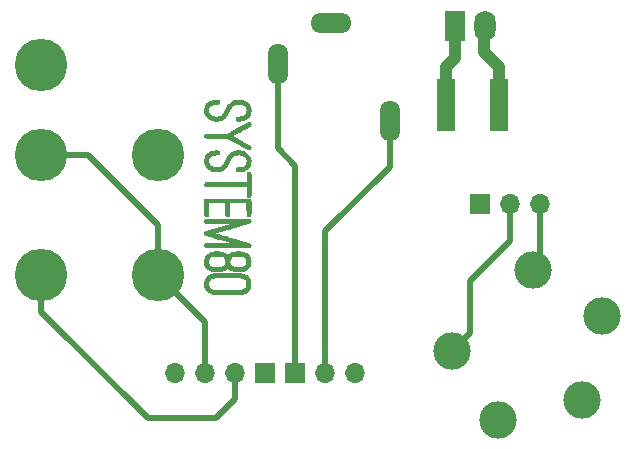
<source format=gtl>
G04 #@! TF.FileFunction,Copper,L1,Top,Signal*
%FSLAX46Y46*%
G04 Gerber Fmt 4.6, Leading zero omitted, Abs format (unit mm)*
G04 Created by KiCad (PCBNEW 4.0.2-stable) date 2019-06-10 2:37:03 PM*
%MOMM*%
G01*
G04 APERTURE LIST*
%ADD10C,0.200000*%
%ADD11C,0.010000*%
%ADD12R,1.500000X4.500000*%
%ADD13R,1.700000X1.700000*%
%ADD14O,1.700000X1.700000*%
%ADD15R,1.800000X2.600000*%
%ADD16O,1.800000X2.600000*%
%ADD17C,3.175000*%
%ADD18C,4.445000*%
%ADD19O,3.500000X1.700000*%
%ADD20O,1.700000X3.500000*%
%ADD21C,0.500000*%
%ADD22C,1.000000*%
G04 APERTURE END LIST*
D10*
D11*
G36*
X319456536Y-66727439D02*
X319452585Y-66795647D01*
X319446238Y-66856151D01*
X319437601Y-66903869D01*
X319437327Y-66904973D01*
X319400688Y-67019198D01*
X319350784Y-67121575D01*
X319286998Y-67213262D01*
X319252398Y-67252621D01*
X319173578Y-67326160D01*
X319086276Y-67388009D01*
X318988842Y-67438935D01*
X318879626Y-67479709D01*
X318756980Y-67511098D01*
X318661143Y-67528063D01*
X318598972Y-67535813D01*
X318534878Y-67541109D01*
X318472177Y-67543932D01*
X318414183Y-67544263D01*
X318364212Y-67542082D01*
X318325578Y-67537370D01*
X318301634Y-67530130D01*
X318258755Y-67497204D01*
X318228652Y-67454449D01*
X318212248Y-67405481D01*
X318210463Y-67353919D01*
X318224221Y-67303382D01*
X318237627Y-67279005D01*
X318255696Y-67255632D01*
X318276902Y-67237519D01*
X318303960Y-67223769D01*
X318339585Y-67213484D01*
X318386493Y-67205765D01*
X318447397Y-67199717D01*
X318485963Y-67196902D01*
X318604020Y-67185453D01*
X318706451Y-67167730D01*
X318794832Y-67143228D01*
X318870741Y-67111441D01*
X318935752Y-67071862D01*
X318974727Y-67040069D01*
X319014450Y-67000645D01*
X319044316Y-66962322D01*
X319068177Y-66919077D01*
X319089885Y-66864890D01*
X319093640Y-66854150D01*
X319104361Y-66820632D01*
X319111473Y-66790604D01*
X319115720Y-66758577D01*
X319117848Y-66719060D01*
X319118579Y-66670286D01*
X319116296Y-66593898D01*
X319107545Y-66529970D01*
X319090972Y-66473552D01*
X319065223Y-66419695D01*
X319038224Y-66376761D01*
X318981989Y-66310013D01*
X318911118Y-66251640D01*
X318827403Y-66202325D01*
X318732640Y-66162750D01*
X318628622Y-66133597D01*
X318517144Y-66115550D01*
X318399999Y-66109290D01*
X318339107Y-66110833D01*
X318228645Y-66123216D01*
X318129547Y-66148786D01*
X318039973Y-66188286D01*
X317958086Y-66242456D01*
X317910139Y-66283954D01*
X317860709Y-66333429D01*
X317817414Y-66383042D01*
X317778263Y-66435873D01*
X317741266Y-66495004D01*
X317704432Y-66563517D01*
X317665770Y-66644493D01*
X317640359Y-66701504D01*
X317585524Y-66822994D01*
X317533728Y-66928751D01*
X317483684Y-67020663D01*
X317434111Y-67100619D01*
X317383722Y-67170506D01*
X317331236Y-67232212D01*
X317275368Y-67287626D01*
X317214833Y-67338634D01*
X317198630Y-67351062D01*
X317098541Y-67417949D01*
X316994699Y-67469937D01*
X316884875Y-67507712D01*
X316766843Y-67531959D01*
X316638374Y-67543364D01*
X316570179Y-67544469D01*
X316421849Y-67536863D01*
X316282302Y-67515960D01*
X316152297Y-67482273D01*
X316032595Y-67436314D01*
X315923958Y-67378596D01*
X315827147Y-67309633D01*
X315742923Y-67229939D01*
X315672047Y-67140025D01*
X315615280Y-67040406D01*
X315573384Y-66931594D01*
X315555309Y-66860220D01*
X315545252Y-66795754D01*
X315538727Y-66720978D01*
X315536066Y-66643439D01*
X315537597Y-66570684D01*
X315540872Y-66530630D01*
X315561014Y-66415323D01*
X315593989Y-66305908D01*
X315638626Y-66205372D01*
X315693753Y-66116703D01*
X315712694Y-66092210D01*
X315786340Y-66015815D01*
X315874320Y-65948818D01*
X315975122Y-65891776D01*
X316087237Y-65845246D01*
X316209156Y-65809783D01*
X316339368Y-65785944D01*
X316476365Y-65774285D01*
X316577038Y-65773709D01*
X316626433Y-65775397D01*
X316661346Y-65777761D01*
X316685439Y-65781371D01*
X316702375Y-65786793D01*
X316715814Y-65794598D01*
X316716960Y-65795424D01*
X316750482Y-65830465D01*
X316772191Y-65875363D01*
X316781389Y-65925635D01*
X316777380Y-65976799D01*
X316759467Y-66024373D01*
X316753954Y-66033367D01*
X316721093Y-66069805D01*
X316678165Y-66093712D01*
X316623348Y-66105882D01*
X316583189Y-66107883D01*
X316468955Y-66113006D01*
X316360339Y-66127840D01*
X316259503Y-66151715D01*
X316168608Y-66183959D01*
X316089815Y-66223901D01*
X316025285Y-66270870D01*
X316009185Y-66286076D01*
X315955559Y-66350561D01*
X315916284Y-66422152D01*
X315890835Y-66502452D01*
X315878685Y-66593061D01*
X315878614Y-66683359D01*
X315891153Y-66783688D01*
X315918086Y-66873172D01*
X315959463Y-66951855D01*
X316015338Y-67019780D01*
X316085761Y-67076993D01*
X316170784Y-67123537D01*
X316270459Y-67159457D01*
X316384838Y-67184798D01*
X316478237Y-67196696D01*
X316602232Y-67200869D01*
X316717313Y-67189572D01*
X316823215Y-67162916D01*
X316919674Y-67121011D01*
X317006425Y-67063967D01*
X317083201Y-66991897D01*
X317139324Y-66920509D01*
X317156347Y-66892918D01*
X317179254Y-66851727D01*
X317206558Y-66799914D01*
X317236772Y-66740457D01*
X317268411Y-66676335D01*
X317299987Y-66610526D01*
X317330014Y-66546008D01*
X317357006Y-66485759D01*
X317361758Y-66474834D01*
X317427356Y-66342845D01*
X317504669Y-66222166D01*
X317592672Y-66113738D01*
X317690341Y-66018500D01*
X317796654Y-65937392D01*
X317910585Y-65871354D01*
X318031112Y-65821326D01*
X318094179Y-65802439D01*
X318159234Y-65789293D01*
X318237294Y-65779777D01*
X318323554Y-65774053D01*
X318413210Y-65772278D01*
X318501460Y-65774612D01*
X318583498Y-65781215D01*
X318614229Y-65785193D01*
X318756605Y-65813309D01*
X318887604Y-65853977D01*
X319006681Y-65906745D01*
X319113293Y-65971157D01*
X319206893Y-66046760D01*
X319286938Y-66133099D01*
X319352882Y-66229720D01*
X319404181Y-66336168D01*
X319440291Y-66451989D01*
X319446250Y-66479211D01*
X319452948Y-66527412D01*
X319456824Y-66588239D01*
X319457985Y-66656609D01*
X319456536Y-66727439D01*
X319456536Y-66727439D01*
G37*
X319456536Y-66727439D02*
X319452585Y-66795647D01*
X319446238Y-66856151D01*
X319437601Y-66903869D01*
X319437327Y-66904973D01*
X319400688Y-67019198D01*
X319350784Y-67121575D01*
X319286998Y-67213262D01*
X319252398Y-67252621D01*
X319173578Y-67326160D01*
X319086276Y-67388009D01*
X318988842Y-67438935D01*
X318879626Y-67479709D01*
X318756980Y-67511098D01*
X318661143Y-67528063D01*
X318598972Y-67535813D01*
X318534878Y-67541109D01*
X318472177Y-67543932D01*
X318414183Y-67544263D01*
X318364212Y-67542082D01*
X318325578Y-67537370D01*
X318301634Y-67530130D01*
X318258755Y-67497204D01*
X318228652Y-67454449D01*
X318212248Y-67405481D01*
X318210463Y-67353919D01*
X318224221Y-67303382D01*
X318237627Y-67279005D01*
X318255696Y-67255632D01*
X318276902Y-67237519D01*
X318303960Y-67223769D01*
X318339585Y-67213484D01*
X318386493Y-67205765D01*
X318447397Y-67199717D01*
X318485963Y-67196902D01*
X318604020Y-67185453D01*
X318706451Y-67167730D01*
X318794832Y-67143228D01*
X318870741Y-67111441D01*
X318935752Y-67071862D01*
X318974727Y-67040069D01*
X319014450Y-67000645D01*
X319044316Y-66962322D01*
X319068177Y-66919077D01*
X319089885Y-66864890D01*
X319093640Y-66854150D01*
X319104361Y-66820632D01*
X319111473Y-66790604D01*
X319115720Y-66758577D01*
X319117848Y-66719060D01*
X319118579Y-66670286D01*
X319116296Y-66593898D01*
X319107545Y-66529970D01*
X319090972Y-66473552D01*
X319065223Y-66419695D01*
X319038224Y-66376761D01*
X318981989Y-66310013D01*
X318911118Y-66251640D01*
X318827403Y-66202325D01*
X318732640Y-66162750D01*
X318628622Y-66133597D01*
X318517144Y-66115550D01*
X318399999Y-66109290D01*
X318339107Y-66110833D01*
X318228645Y-66123216D01*
X318129547Y-66148786D01*
X318039973Y-66188286D01*
X317958086Y-66242456D01*
X317910139Y-66283954D01*
X317860709Y-66333429D01*
X317817414Y-66383042D01*
X317778263Y-66435873D01*
X317741266Y-66495004D01*
X317704432Y-66563517D01*
X317665770Y-66644493D01*
X317640359Y-66701504D01*
X317585524Y-66822994D01*
X317533728Y-66928751D01*
X317483684Y-67020663D01*
X317434111Y-67100619D01*
X317383722Y-67170506D01*
X317331236Y-67232212D01*
X317275368Y-67287626D01*
X317214833Y-67338634D01*
X317198630Y-67351062D01*
X317098541Y-67417949D01*
X316994699Y-67469937D01*
X316884875Y-67507712D01*
X316766843Y-67531959D01*
X316638374Y-67543364D01*
X316570179Y-67544469D01*
X316421849Y-67536863D01*
X316282302Y-67515960D01*
X316152297Y-67482273D01*
X316032595Y-67436314D01*
X315923958Y-67378596D01*
X315827147Y-67309633D01*
X315742923Y-67229939D01*
X315672047Y-67140025D01*
X315615280Y-67040406D01*
X315573384Y-66931594D01*
X315555309Y-66860220D01*
X315545252Y-66795754D01*
X315538727Y-66720978D01*
X315536066Y-66643439D01*
X315537597Y-66570684D01*
X315540872Y-66530630D01*
X315561014Y-66415323D01*
X315593989Y-66305908D01*
X315638626Y-66205372D01*
X315693753Y-66116703D01*
X315712694Y-66092210D01*
X315786340Y-66015815D01*
X315874320Y-65948818D01*
X315975122Y-65891776D01*
X316087237Y-65845246D01*
X316209156Y-65809783D01*
X316339368Y-65785944D01*
X316476365Y-65774285D01*
X316577038Y-65773709D01*
X316626433Y-65775397D01*
X316661346Y-65777761D01*
X316685439Y-65781371D01*
X316702375Y-65786793D01*
X316715814Y-65794598D01*
X316716960Y-65795424D01*
X316750482Y-65830465D01*
X316772191Y-65875363D01*
X316781389Y-65925635D01*
X316777380Y-65976799D01*
X316759467Y-66024373D01*
X316753954Y-66033367D01*
X316721093Y-66069805D01*
X316678165Y-66093712D01*
X316623348Y-66105882D01*
X316583189Y-66107883D01*
X316468955Y-66113006D01*
X316360339Y-66127840D01*
X316259503Y-66151715D01*
X316168608Y-66183959D01*
X316089815Y-66223901D01*
X316025285Y-66270870D01*
X316009185Y-66286076D01*
X315955559Y-66350561D01*
X315916284Y-66422152D01*
X315890835Y-66502452D01*
X315878685Y-66593061D01*
X315878614Y-66683359D01*
X315891153Y-66783688D01*
X315918086Y-66873172D01*
X315959463Y-66951855D01*
X316015338Y-67019780D01*
X316085761Y-67076993D01*
X316170784Y-67123537D01*
X316270459Y-67159457D01*
X316384838Y-67184798D01*
X316478237Y-67196696D01*
X316602232Y-67200869D01*
X316717313Y-67189572D01*
X316823215Y-67162916D01*
X316919674Y-67121011D01*
X317006425Y-67063967D01*
X317083201Y-66991897D01*
X317139324Y-66920509D01*
X317156347Y-66892918D01*
X317179254Y-66851727D01*
X317206558Y-66799914D01*
X317236772Y-66740457D01*
X317268411Y-66676335D01*
X317299987Y-66610526D01*
X317330014Y-66546008D01*
X317357006Y-66485759D01*
X317361758Y-66474834D01*
X317427356Y-66342845D01*
X317504669Y-66222166D01*
X317592672Y-66113738D01*
X317690341Y-66018500D01*
X317796654Y-65937392D01*
X317910585Y-65871354D01*
X318031112Y-65821326D01*
X318094179Y-65802439D01*
X318159234Y-65789293D01*
X318237294Y-65779777D01*
X318323554Y-65774053D01*
X318413210Y-65772278D01*
X318501460Y-65774612D01*
X318583498Y-65781215D01*
X318614229Y-65785193D01*
X318756605Y-65813309D01*
X318887604Y-65853977D01*
X319006681Y-65906745D01*
X319113293Y-65971157D01*
X319206893Y-66046760D01*
X319286938Y-66133099D01*
X319352882Y-66229720D01*
X319404181Y-66336168D01*
X319440291Y-66451989D01*
X319446250Y-66479211D01*
X319452948Y-66527412D01*
X319456824Y-66588239D01*
X319457985Y-66656609D01*
X319456536Y-66727439D01*
G36*
X319451500Y-69863498D02*
X319429718Y-69908104D01*
X319396749Y-69943509D01*
X319355457Y-69967771D01*
X319308707Y-69978950D01*
X319259363Y-69975108D01*
X319231736Y-69965702D01*
X319218523Y-69959025D01*
X319190482Y-69944211D01*
X319148692Y-69921844D01*
X319094232Y-69892512D01*
X319028182Y-69856800D01*
X318951621Y-69815293D01*
X318865630Y-69768579D01*
X318771286Y-69717242D01*
X318669670Y-69661869D01*
X318561862Y-69603045D01*
X318448939Y-69541358D01*
X318331983Y-69477391D01*
X318318996Y-69470283D01*
X317446170Y-68992572D01*
X315655558Y-68992572D01*
X315618378Y-68970783D01*
X315579305Y-68937908D01*
X315552094Y-68894085D01*
X315538363Y-68843336D01*
X315539728Y-68789684D01*
X315541714Y-68779976D01*
X315560023Y-68734889D01*
X315590402Y-68694908D01*
X315624951Y-68668259D01*
X315630656Y-68665650D01*
X315638391Y-68663328D01*
X315649231Y-68661270D01*
X315664251Y-68659452D01*
X315684524Y-68657851D01*
X315711125Y-68656444D01*
X315745128Y-68655206D01*
X315787608Y-68654115D01*
X315839639Y-68653147D01*
X315902295Y-68652279D01*
X315976651Y-68651488D01*
X316063781Y-68650749D01*
X316164759Y-68650040D01*
X316280660Y-68649337D01*
X316412557Y-68648616D01*
X316561107Y-68647857D01*
X317468250Y-68643322D01*
X318350491Y-68160088D01*
X318499324Y-68078651D01*
X318632933Y-68005726D01*
X318751937Y-67940986D01*
X318856955Y-67884102D01*
X318948607Y-67834747D01*
X319027511Y-67792591D01*
X319094287Y-67757307D01*
X319149554Y-67728567D01*
X319193930Y-67706042D01*
X319228035Y-67689405D01*
X319252489Y-67678327D01*
X319267909Y-67672479D01*
X319272375Y-67671421D01*
X319326533Y-67672473D01*
X319375398Y-67689933D01*
X319416083Y-67722302D01*
X319441539Y-67759353D01*
X319456643Y-67806807D01*
X319457740Y-67857856D01*
X319445881Y-67907589D01*
X319422115Y-67951099D01*
X319394648Y-67978563D01*
X319382375Y-67986123D01*
X319355332Y-68001710D01*
X319314682Y-68024679D01*
X319261592Y-68054384D01*
X319197226Y-68090181D01*
X319122751Y-68131425D01*
X319039330Y-68177470D01*
X318948129Y-68227672D01*
X318850314Y-68281385D01*
X318747049Y-68337964D01*
X318639500Y-68396765D01*
X318620321Y-68407238D01*
X318512788Y-68465972D01*
X318409772Y-68522289D01*
X318312388Y-68575577D01*
X318221755Y-68625222D01*
X318138989Y-68670611D01*
X318065208Y-68711129D01*
X318001528Y-68746163D01*
X317949066Y-68775100D01*
X317908940Y-68797326D01*
X317882267Y-68812227D01*
X317870163Y-68819191D01*
X317869569Y-68819594D01*
X317876342Y-68824759D01*
X317897949Y-68838026D01*
X317933310Y-68858788D01*
X317981344Y-68886434D01*
X318040972Y-68920357D01*
X318111113Y-68959948D01*
X318190688Y-69004596D01*
X318278615Y-69053693D01*
X318373816Y-69106631D01*
X318475209Y-69162800D01*
X318581714Y-69221591D01*
X318617962Y-69241553D01*
X318726739Y-69301465D01*
X318831365Y-69359170D01*
X318930695Y-69414034D01*
X319023587Y-69465420D01*
X319108898Y-69512695D01*
X319185486Y-69555223D01*
X319252206Y-69592370D01*
X319307917Y-69623500D01*
X319351475Y-69647980D01*
X319381738Y-69665173D01*
X319397562Y-69674446D01*
X319399253Y-69675539D01*
X319426704Y-69704525D01*
X319447163Y-69745338D01*
X319458093Y-69792217D01*
X319459229Y-69811629D01*
X319451500Y-69863498D01*
X319451500Y-69863498D01*
G37*
X319451500Y-69863498D02*
X319429718Y-69908104D01*
X319396749Y-69943509D01*
X319355457Y-69967771D01*
X319308707Y-69978950D01*
X319259363Y-69975108D01*
X319231736Y-69965702D01*
X319218523Y-69959025D01*
X319190482Y-69944211D01*
X319148692Y-69921844D01*
X319094232Y-69892512D01*
X319028182Y-69856800D01*
X318951621Y-69815293D01*
X318865630Y-69768579D01*
X318771286Y-69717242D01*
X318669670Y-69661869D01*
X318561862Y-69603045D01*
X318448939Y-69541358D01*
X318331983Y-69477391D01*
X318318996Y-69470283D01*
X317446170Y-68992572D01*
X315655558Y-68992572D01*
X315618378Y-68970783D01*
X315579305Y-68937908D01*
X315552094Y-68894085D01*
X315538363Y-68843336D01*
X315539728Y-68789684D01*
X315541714Y-68779976D01*
X315560023Y-68734889D01*
X315590402Y-68694908D01*
X315624951Y-68668259D01*
X315630656Y-68665650D01*
X315638391Y-68663328D01*
X315649231Y-68661270D01*
X315664251Y-68659452D01*
X315684524Y-68657851D01*
X315711125Y-68656444D01*
X315745128Y-68655206D01*
X315787608Y-68654115D01*
X315839639Y-68653147D01*
X315902295Y-68652279D01*
X315976651Y-68651488D01*
X316063781Y-68650749D01*
X316164759Y-68650040D01*
X316280660Y-68649337D01*
X316412557Y-68648616D01*
X316561107Y-68647857D01*
X317468250Y-68643322D01*
X318350491Y-68160088D01*
X318499324Y-68078651D01*
X318632933Y-68005726D01*
X318751937Y-67940986D01*
X318856955Y-67884102D01*
X318948607Y-67834747D01*
X319027511Y-67792591D01*
X319094287Y-67757307D01*
X319149554Y-67728567D01*
X319193930Y-67706042D01*
X319228035Y-67689405D01*
X319252489Y-67678327D01*
X319267909Y-67672479D01*
X319272375Y-67671421D01*
X319326533Y-67672473D01*
X319375398Y-67689933D01*
X319416083Y-67722302D01*
X319441539Y-67759353D01*
X319456643Y-67806807D01*
X319457740Y-67857856D01*
X319445881Y-67907589D01*
X319422115Y-67951099D01*
X319394648Y-67978563D01*
X319382375Y-67986123D01*
X319355332Y-68001710D01*
X319314682Y-68024679D01*
X319261592Y-68054384D01*
X319197226Y-68090181D01*
X319122751Y-68131425D01*
X319039330Y-68177470D01*
X318948129Y-68227672D01*
X318850314Y-68281385D01*
X318747049Y-68337964D01*
X318639500Y-68396765D01*
X318620321Y-68407238D01*
X318512788Y-68465972D01*
X318409772Y-68522289D01*
X318312388Y-68575577D01*
X318221755Y-68625222D01*
X318138989Y-68670611D01*
X318065208Y-68711129D01*
X318001528Y-68746163D01*
X317949066Y-68775100D01*
X317908940Y-68797326D01*
X317882267Y-68812227D01*
X317870163Y-68819191D01*
X317869569Y-68819594D01*
X317876342Y-68824759D01*
X317897949Y-68838026D01*
X317933310Y-68858788D01*
X317981344Y-68886434D01*
X318040972Y-68920357D01*
X318111113Y-68959948D01*
X318190688Y-69004596D01*
X318278615Y-69053693D01*
X318373816Y-69106631D01*
X318475209Y-69162800D01*
X318581714Y-69221591D01*
X318617962Y-69241553D01*
X318726739Y-69301465D01*
X318831365Y-69359170D01*
X318930695Y-69414034D01*
X319023587Y-69465420D01*
X319108898Y-69512695D01*
X319185486Y-69555223D01*
X319252206Y-69592370D01*
X319307917Y-69623500D01*
X319351475Y-69647980D01*
X319381738Y-69665173D01*
X319397562Y-69674446D01*
X319399253Y-69675539D01*
X319426704Y-69704525D01*
X319447163Y-69745338D01*
X319458093Y-69792217D01*
X319459229Y-69811629D01*
X319451500Y-69863498D01*
G36*
X319457812Y-70995069D02*
X319453298Y-71075893D01*
X319444890Y-71150737D01*
X319432771Y-71213762D01*
X319432439Y-71215072D01*
X319394775Y-71328535D01*
X319342725Y-71431111D01*
X319276538Y-71522634D01*
X319196465Y-71602939D01*
X319102753Y-71671860D01*
X318995654Y-71729231D01*
X318875416Y-71774889D01*
X318742288Y-71808666D01*
X318596521Y-71830398D01*
X318492726Y-71838099D01*
X318444865Y-71839738D01*
X318400558Y-71840171D01*
X318364547Y-71839422D01*
X318341574Y-71837515D01*
X318340586Y-71837340D01*
X318300473Y-71821372D01*
X318263729Y-71791633D01*
X318233792Y-71752497D01*
X318214097Y-71708336D01*
X318207970Y-71668643D01*
X318216395Y-71620617D01*
X318239392Y-71575302D01*
X318273542Y-71537322D01*
X318315426Y-71511300D01*
X318327537Y-71506948D01*
X318348010Y-71503030D01*
X318381940Y-71499002D01*
X318424650Y-71495332D01*
X318471465Y-71492488D01*
X318472570Y-71492436D01*
X318602499Y-71481194D01*
X318717175Y-71460408D01*
X318816889Y-71429892D01*
X318901933Y-71389457D01*
X318972597Y-71338917D01*
X319029173Y-71278086D01*
X319071952Y-71206776D01*
X319101224Y-71124800D01*
X319110352Y-71082803D01*
X319122293Y-70979717D01*
X319119287Y-70886080D01*
X319100957Y-70800541D01*
X319066933Y-70721744D01*
X319016839Y-70648337D01*
X318978869Y-70606271D01*
X318940397Y-70569299D01*
X318905897Y-70541636D01*
X318868276Y-70518211D01*
X318824428Y-70495862D01*
X318716510Y-70453107D01*
X318600090Y-70423313D01*
X318479259Y-70406889D01*
X318358106Y-70404245D01*
X318240719Y-70415790D01*
X318170960Y-70430425D01*
X318076529Y-70464135D01*
X317987336Y-70514966D01*
X317903994Y-70582497D01*
X317827115Y-70666306D01*
X317825296Y-70668587D01*
X317795135Y-70708010D01*
X317767894Y-70747284D01*
X317741977Y-70789299D01*
X317715788Y-70836942D01*
X317687733Y-70893103D01*
X317656217Y-70960669D01*
X317623040Y-71034830D01*
X317576276Y-71138068D01*
X317533361Y-71226475D01*
X317492735Y-71302537D01*
X317452833Y-71368740D01*
X317412095Y-71427571D01*
X317368958Y-71481515D01*
X317321859Y-71533058D01*
X317289848Y-71565031D01*
X317203407Y-71641430D01*
X317116398Y-71702607D01*
X317024651Y-71751121D01*
X316923995Y-71789530D01*
X316923964Y-71789540D01*
X316872664Y-71805371D01*
X316828052Y-71817226D01*
X316785930Y-71825646D01*
X316742101Y-71831174D01*
X316692367Y-71834354D01*
X316632530Y-71835727D01*
X316565643Y-71835864D01*
X316497726Y-71835279D01*
X316443824Y-71833834D01*
X316399818Y-71831213D01*
X316361589Y-71827102D01*
X316325018Y-71821187D01*
X316295511Y-71815229D01*
X316157009Y-71778177D01*
X316031384Y-71729465D01*
X315919004Y-71669407D01*
X315820235Y-71598317D01*
X315735445Y-71516511D01*
X315665002Y-71424302D01*
X315609274Y-71322006D01*
X315568628Y-71209938D01*
X315562714Y-71187857D01*
X315541197Y-71068786D01*
X315534616Y-70941173D01*
X315541441Y-70821695D01*
X315561522Y-70700237D01*
X315595252Y-70590112D01*
X315643234Y-70490045D01*
X315706072Y-70398759D01*
X315778651Y-70320361D01*
X315869956Y-70246145D01*
X315973979Y-70184791D01*
X316090600Y-70136337D01*
X316219701Y-70100823D01*
X316361164Y-70078289D01*
X316514871Y-70068773D01*
X316538429Y-70068475D01*
X316592464Y-70068282D01*
X316631713Y-70068795D01*
X316659529Y-70070396D01*
X316679264Y-70073465D01*
X316694272Y-70078385D01*
X316707906Y-70085538D01*
X316712410Y-70088289D01*
X316747011Y-70119803D01*
X316770491Y-70161726D01*
X316782158Y-70209626D01*
X316781326Y-70259069D01*
X316767305Y-70305623D01*
X316750393Y-70332736D01*
X316727938Y-70357590D01*
X316704076Y-70375484D01*
X316675057Y-70387789D01*
X316637129Y-70395874D01*
X316586540Y-70401111D01*
X316558252Y-70402926D01*
X316436982Y-70413014D01*
X316331316Y-70428988D01*
X316239506Y-70451426D01*
X316159807Y-70480908D01*
X316090473Y-70518010D01*
X316029758Y-70563311D01*
X316005266Y-70586048D01*
X315953687Y-70647460D01*
X315915744Y-70716934D01*
X315890827Y-70796154D01*
X315878330Y-70886805D01*
X315876529Y-70942929D01*
X315884120Y-71045827D01*
X315906810Y-71138684D01*
X315944473Y-71221327D01*
X315996983Y-71293581D01*
X316064216Y-71355275D01*
X316146045Y-71406234D01*
X316241325Y-71445945D01*
X316316374Y-71466585D01*
X316401874Y-71482581D01*
X316490476Y-71492810D01*
X316570179Y-71496164D01*
X316686712Y-71489286D01*
X316792197Y-71468460D01*
X316887598Y-71433332D01*
X316973885Y-71383545D01*
X317051357Y-71319393D01*
X317085007Y-71284271D01*
X317116327Y-71245836D01*
X317146927Y-71201508D01*
X317178420Y-71148709D01*
X317212416Y-71084860D01*
X317250526Y-71007383D01*
X317263889Y-70979215D01*
X317291413Y-70920823D01*
X317320259Y-70859683D01*
X317348007Y-70800925D01*
X317372235Y-70749679D01*
X317386405Y-70719751D01*
X317437298Y-70621522D01*
X317492254Y-70535000D01*
X317555727Y-70453755D01*
X317617077Y-70386744D01*
X317714506Y-70294891D01*
X317813009Y-70220065D01*
X317914964Y-70161198D01*
X318022748Y-70117220D01*
X318138737Y-70087063D01*
X318265309Y-70069657D01*
X318331556Y-70065475D01*
X318480603Y-70066058D01*
X318622592Y-70080149D01*
X318756620Y-70107172D01*
X318881782Y-70146551D01*
X318997174Y-70197710D01*
X319101892Y-70260074D01*
X319195033Y-70333067D01*
X319275691Y-70416113D01*
X319342964Y-70508638D01*
X319395946Y-70610065D01*
X319433733Y-70719819D01*
X319446174Y-70775107D01*
X319454433Y-70838837D01*
X319458252Y-70914104D01*
X319457812Y-70995069D01*
X319457812Y-70995069D01*
G37*
X319457812Y-70995069D02*
X319453298Y-71075893D01*
X319444890Y-71150737D01*
X319432771Y-71213762D01*
X319432439Y-71215072D01*
X319394775Y-71328535D01*
X319342725Y-71431111D01*
X319276538Y-71522634D01*
X319196465Y-71602939D01*
X319102753Y-71671860D01*
X318995654Y-71729231D01*
X318875416Y-71774889D01*
X318742288Y-71808666D01*
X318596521Y-71830398D01*
X318492726Y-71838099D01*
X318444865Y-71839738D01*
X318400558Y-71840171D01*
X318364547Y-71839422D01*
X318341574Y-71837515D01*
X318340586Y-71837340D01*
X318300473Y-71821372D01*
X318263729Y-71791633D01*
X318233792Y-71752497D01*
X318214097Y-71708336D01*
X318207970Y-71668643D01*
X318216395Y-71620617D01*
X318239392Y-71575302D01*
X318273542Y-71537322D01*
X318315426Y-71511300D01*
X318327537Y-71506948D01*
X318348010Y-71503030D01*
X318381940Y-71499002D01*
X318424650Y-71495332D01*
X318471465Y-71492488D01*
X318472570Y-71492436D01*
X318602499Y-71481194D01*
X318717175Y-71460408D01*
X318816889Y-71429892D01*
X318901933Y-71389457D01*
X318972597Y-71338917D01*
X319029173Y-71278086D01*
X319071952Y-71206776D01*
X319101224Y-71124800D01*
X319110352Y-71082803D01*
X319122293Y-70979717D01*
X319119287Y-70886080D01*
X319100957Y-70800541D01*
X319066933Y-70721744D01*
X319016839Y-70648337D01*
X318978869Y-70606271D01*
X318940397Y-70569299D01*
X318905897Y-70541636D01*
X318868276Y-70518211D01*
X318824428Y-70495862D01*
X318716510Y-70453107D01*
X318600090Y-70423313D01*
X318479259Y-70406889D01*
X318358106Y-70404245D01*
X318240719Y-70415790D01*
X318170960Y-70430425D01*
X318076529Y-70464135D01*
X317987336Y-70514966D01*
X317903994Y-70582497D01*
X317827115Y-70666306D01*
X317825296Y-70668587D01*
X317795135Y-70708010D01*
X317767894Y-70747284D01*
X317741977Y-70789299D01*
X317715788Y-70836942D01*
X317687733Y-70893103D01*
X317656217Y-70960669D01*
X317623040Y-71034830D01*
X317576276Y-71138068D01*
X317533361Y-71226475D01*
X317492735Y-71302537D01*
X317452833Y-71368740D01*
X317412095Y-71427571D01*
X317368958Y-71481515D01*
X317321859Y-71533058D01*
X317289848Y-71565031D01*
X317203407Y-71641430D01*
X317116398Y-71702607D01*
X317024651Y-71751121D01*
X316923995Y-71789530D01*
X316923964Y-71789540D01*
X316872664Y-71805371D01*
X316828052Y-71817226D01*
X316785930Y-71825646D01*
X316742101Y-71831174D01*
X316692367Y-71834354D01*
X316632530Y-71835727D01*
X316565643Y-71835864D01*
X316497726Y-71835279D01*
X316443824Y-71833834D01*
X316399818Y-71831213D01*
X316361589Y-71827102D01*
X316325018Y-71821187D01*
X316295511Y-71815229D01*
X316157009Y-71778177D01*
X316031384Y-71729465D01*
X315919004Y-71669407D01*
X315820235Y-71598317D01*
X315735445Y-71516511D01*
X315665002Y-71424302D01*
X315609274Y-71322006D01*
X315568628Y-71209938D01*
X315562714Y-71187857D01*
X315541197Y-71068786D01*
X315534616Y-70941173D01*
X315541441Y-70821695D01*
X315561522Y-70700237D01*
X315595252Y-70590112D01*
X315643234Y-70490045D01*
X315706072Y-70398759D01*
X315778651Y-70320361D01*
X315869956Y-70246145D01*
X315973979Y-70184791D01*
X316090600Y-70136337D01*
X316219701Y-70100823D01*
X316361164Y-70078289D01*
X316514871Y-70068773D01*
X316538429Y-70068475D01*
X316592464Y-70068282D01*
X316631713Y-70068795D01*
X316659529Y-70070396D01*
X316679264Y-70073465D01*
X316694272Y-70078385D01*
X316707906Y-70085538D01*
X316712410Y-70088289D01*
X316747011Y-70119803D01*
X316770491Y-70161726D01*
X316782158Y-70209626D01*
X316781326Y-70259069D01*
X316767305Y-70305623D01*
X316750393Y-70332736D01*
X316727938Y-70357590D01*
X316704076Y-70375484D01*
X316675057Y-70387789D01*
X316637129Y-70395874D01*
X316586540Y-70401111D01*
X316558252Y-70402926D01*
X316436982Y-70413014D01*
X316331316Y-70428988D01*
X316239506Y-70451426D01*
X316159807Y-70480908D01*
X316090473Y-70518010D01*
X316029758Y-70563311D01*
X316005266Y-70586048D01*
X315953687Y-70647460D01*
X315915744Y-70716934D01*
X315890827Y-70796154D01*
X315878330Y-70886805D01*
X315876529Y-70942929D01*
X315884120Y-71045827D01*
X315906810Y-71138684D01*
X315944473Y-71221327D01*
X315996983Y-71293581D01*
X316064216Y-71355275D01*
X316146045Y-71406234D01*
X316241325Y-71445945D01*
X316316374Y-71466585D01*
X316401874Y-71482581D01*
X316490476Y-71492810D01*
X316570179Y-71496164D01*
X316686712Y-71489286D01*
X316792197Y-71468460D01*
X316887598Y-71433332D01*
X316973885Y-71383545D01*
X317051357Y-71319393D01*
X317085007Y-71284271D01*
X317116327Y-71245836D01*
X317146927Y-71201508D01*
X317178420Y-71148709D01*
X317212416Y-71084860D01*
X317250526Y-71007383D01*
X317263889Y-70979215D01*
X317291413Y-70920823D01*
X317320259Y-70859683D01*
X317348007Y-70800925D01*
X317372235Y-70749679D01*
X317386405Y-70719751D01*
X317437298Y-70621522D01*
X317492254Y-70535000D01*
X317555727Y-70453755D01*
X317617077Y-70386744D01*
X317714506Y-70294891D01*
X317813009Y-70220065D01*
X317914964Y-70161198D01*
X318022748Y-70117220D01*
X318138737Y-70087063D01*
X318265309Y-70069657D01*
X318331556Y-70065475D01*
X318480603Y-70066058D01*
X318622592Y-70080149D01*
X318756620Y-70107172D01*
X318881782Y-70146551D01*
X318997174Y-70197710D01*
X319101892Y-70260074D01*
X319195033Y-70333067D01*
X319275691Y-70416113D01*
X319342964Y-70508638D01*
X319395946Y-70610065D01*
X319433733Y-70719819D01*
X319446174Y-70775107D01*
X319454433Y-70838837D01*
X319458252Y-70914104D01*
X319457812Y-70995069D01*
G36*
X319459477Y-73354733D02*
X319459352Y-73461371D01*
X319459041Y-73554055D01*
X319458479Y-73633831D01*
X319457599Y-73701747D01*
X319456333Y-73758849D01*
X319454615Y-73806185D01*
X319452378Y-73844801D01*
X319449556Y-73875745D01*
X319446081Y-73900064D01*
X319441887Y-73918803D01*
X319436906Y-73933012D01*
X319431073Y-73943736D01*
X319424320Y-73952023D01*
X319416580Y-73958919D01*
X319407787Y-73965472D01*
X319397874Y-73972729D01*
X319393323Y-73976268D01*
X319368722Y-73993037D01*
X319343256Y-74002271D01*
X319308915Y-74006692D01*
X319302609Y-74007102D01*
X319244700Y-74003486D01*
X319197217Y-73985131D01*
X319160350Y-73952133D01*
X319144675Y-73927791D01*
X319139620Y-73917955D01*
X319135455Y-73908179D01*
X319132092Y-73896700D01*
X319129447Y-73881753D01*
X319127433Y-73861577D01*
X319125965Y-73834407D01*
X319124955Y-73798481D01*
X319124318Y-73752035D01*
X319123968Y-73693305D01*
X319123820Y-73620529D01*
X319123786Y-73531944D01*
X319123786Y-73111000D01*
X317395228Y-73111000D01*
X317185347Y-73111013D01*
X316992840Y-73111038D01*
X316816938Y-73111055D01*
X316656874Y-73111043D01*
X316511877Y-73110981D01*
X316381180Y-73110848D01*
X316264014Y-73110624D01*
X316159611Y-73110288D01*
X316067201Y-73109819D01*
X315986015Y-73109197D01*
X315915287Y-73108401D01*
X315854245Y-73107410D01*
X315802123Y-73106204D01*
X315758151Y-73104762D01*
X315721561Y-73103062D01*
X315691584Y-73101086D01*
X315667451Y-73098810D01*
X315648394Y-73096216D01*
X315633644Y-73093283D01*
X315622433Y-73089989D01*
X315613991Y-73086313D01*
X315607550Y-73082237D01*
X315602342Y-73077737D01*
X315597598Y-73072795D01*
X315592549Y-73067388D01*
X315587334Y-73062314D01*
X315558526Y-73024768D01*
X315540619Y-72977244D01*
X315535081Y-72925260D01*
X315540253Y-72885329D01*
X315560886Y-72838504D01*
X315596673Y-72800655D01*
X315614091Y-72788964D01*
X315618010Y-72786788D01*
X315622575Y-72784791D01*
X315628556Y-72782966D01*
X315636722Y-72781303D01*
X315647843Y-72779793D01*
X315662690Y-72778427D01*
X315682031Y-72777198D01*
X315706638Y-72776094D01*
X315737280Y-72775109D01*
X315774727Y-72774232D01*
X315819749Y-72773455D01*
X315873115Y-72772768D01*
X315935596Y-72772164D01*
X316007962Y-72771633D01*
X316090983Y-72771166D01*
X316185428Y-72770755D01*
X316292067Y-72770389D01*
X316411671Y-72770062D01*
X316545009Y-72769762D01*
X316692852Y-72769482D01*
X316855968Y-72769213D01*
X317035129Y-72768946D01*
X317231104Y-72768671D01*
X317384339Y-72768462D01*
X319123786Y-72766103D01*
X319123786Y-72383523D01*
X319123814Y-72290046D01*
X319123951Y-72212925D01*
X319124281Y-72150374D01*
X319124883Y-72100606D01*
X319125839Y-72061833D01*
X319127231Y-72032271D01*
X319129140Y-72010131D01*
X319131648Y-71993627D01*
X319134835Y-71980973D01*
X319138784Y-71970381D01*
X319143027Y-71961194D01*
X319172638Y-71919026D01*
X319212451Y-71889436D01*
X319258999Y-71873079D01*
X319308813Y-71870606D01*
X319358424Y-71882669D01*
X319404365Y-71909920D01*
X319406464Y-71911660D01*
X319414793Y-71918428D01*
X319422202Y-71924608D01*
X319428744Y-71931245D01*
X319434473Y-71939382D01*
X319439443Y-71950065D01*
X319443708Y-71964337D01*
X319447321Y-71983245D01*
X319450336Y-72007831D01*
X319452807Y-72039142D01*
X319454787Y-72078220D01*
X319456331Y-72126112D01*
X319457492Y-72183861D01*
X319458324Y-72252512D01*
X319458881Y-72333110D01*
X319459216Y-72426700D01*
X319459383Y-72534325D01*
X319459435Y-72657031D01*
X319459428Y-72795862D01*
X319459414Y-72940620D01*
X319459441Y-73095404D01*
X319459484Y-73233093D01*
X319459477Y-73354733D01*
X319459477Y-73354733D01*
G37*
X319459477Y-73354733D02*
X319459352Y-73461371D01*
X319459041Y-73554055D01*
X319458479Y-73633831D01*
X319457599Y-73701747D01*
X319456333Y-73758849D01*
X319454615Y-73806185D01*
X319452378Y-73844801D01*
X319449556Y-73875745D01*
X319446081Y-73900064D01*
X319441887Y-73918803D01*
X319436906Y-73933012D01*
X319431073Y-73943736D01*
X319424320Y-73952023D01*
X319416580Y-73958919D01*
X319407787Y-73965472D01*
X319397874Y-73972729D01*
X319393323Y-73976268D01*
X319368722Y-73993037D01*
X319343256Y-74002271D01*
X319308915Y-74006692D01*
X319302609Y-74007102D01*
X319244700Y-74003486D01*
X319197217Y-73985131D01*
X319160350Y-73952133D01*
X319144675Y-73927791D01*
X319139620Y-73917955D01*
X319135455Y-73908179D01*
X319132092Y-73896700D01*
X319129447Y-73881753D01*
X319127433Y-73861577D01*
X319125965Y-73834407D01*
X319124955Y-73798481D01*
X319124318Y-73752035D01*
X319123968Y-73693305D01*
X319123820Y-73620529D01*
X319123786Y-73531944D01*
X319123786Y-73111000D01*
X317395228Y-73111000D01*
X317185347Y-73111013D01*
X316992840Y-73111038D01*
X316816938Y-73111055D01*
X316656874Y-73111043D01*
X316511877Y-73110981D01*
X316381180Y-73110848D01*
X316264014Y-73110624D01*
X316159611Y-73110288D01*
X316067201Y-73109819D01*
X315986015Y-73109197D01*
X315915287Y-73108401D01*
X315854245Y-73107410D01*
X315802123Y-73106204D01*
X315758151Y-73104762D01*
X315721561Y-73103062D01*
X315691584Y-73101086D01*
X315667451Y-73098810D01*
X315648394Y-73096216D01*
X315633644Y-73093283D01*
X315622433Y-73089989D01*
X315613991Y-73086313D01*
X315607550Y-73082237D01*
X315602342Y-73077737D01*
X315597598Y-73072795D01*
X315592549Y-73067388D01*
X315587334Y-73062314D01*
X315558526Y-73024768D01*
X315540619Y-72977244D01*
X315535081Y-72925260D01*
X315540253Y-72885329D01*
X315560886Y-72838504D01*
X315596673Y-72800655D01*
X315614091Y-72788964D01*
X315618010Y-72786788D01*
X315622575Y-72784791D01*
X315628556Y-72782966D01*
X315636722Y-72781303D01*
X315647843Y-72779793D01*
X315662690Y-72778427D01*
X315682031Y-72777198D01*
X315706638Y-72776094D01*
X315737280Y-72775109D01*
X315774727Y-72774232D01*
X315819749Y-72773455D01*
X315873115Y-72772768D01*
X315935596Y-72772164D01*
X316007962Y-72771633D01*
X316090983Y-72771166D01*
X316185428Y-72770755D01*
X316292067Y-72770389D01*
X316411671Y-72770062D01*
X316545009Y-72769762D01*
X316692852Y-72769482D01*
X316855968Y-72769213D01*
X317035129Y-72768946D01*
X317231104Y-72768671D01*
X317384339Y-72768462D01*
X319123786Y-72766103D01*
X319123786Y-72383523D01*
X319123814Y-72290046D01*
X319123951Y-72212925D01*
X319124281Y-72150374D01*
X319124883Y-72100606D01*
X319125839Y-72061833D01*
X319127231Y-72032271D01*
X319129140Y-72010131D01*
X319131648Y-71993627D01*
X319134835Y-71980973D01*
X319138784Y-71970381D01*
X319143027Y-71961194D01*
X319172638Y-71919026D01*
X319212451Y-71889436D01*
X319258999Y-71873079D01*
X319308813Y-71870606D01*
X319358424Y-71882669D01*
X319404365Y-71909920D01*
X319406464Y-71911660D01*
X319414793Y-71918428D01*
X319422202Y-71924608D01*
X319428744Y-71931245D01*
X319434473Y-71939382D01*
X319439443Y-71950065D01*
X319443708Y-71964337D01*
X319447321Y-71983245D01*
X319450336Y-72007831D01*
X319452807Y-72039142D01*
X319454787Y-72078220D01*
X319456331Y-72126112D01*
X319457492Y-72183861D01*
X319458324Y-72252512D01*
X319458881Y-72333110D01*
X319459216Y-72426700D01*
X319459383Y-72534325D01*
X319459435Y-72657031D01*
X319459428Y-72795862D01*
X319459414Y-72940620D01*
X319459441Y-73095404D01*
X319459484Y-73233093D01*
X319459477Y-73354733D01*
G36*
X319458296Y-74715492D02*
X319457948Y-74839183D01*
X319457651Y-74911679D01*
X319457096Y-75032566D01*
X319456561Y-75136646D01*
X319456004Y-75225252D01*
X319455381Y-75299721D01*
X319454650Y-75361385D01*
X319453768Y-75411581D01*
X319452690Y-75451644D01*
X319451375Y-75482907D01*
X319449779Y-75506706D01*
X319447859Y-75524375D01*
X319445572Y-75537250D01*
X319442875Y-75546665D01*
X319439725Y-75553955D01*
X319436750Y-75559324D01*
X319401509Y-75603456D01*
X319357690Y-75633639D01*
X319308366Y-75648917D01*
X319256608Y-75648333D01*
X319205960Y-75631178D01*
X319164055Y-75602495D01*
X319136911Y-75566359D01*
X319123400Y-75527834D01*
X319121859Y-75512268D01*
X319120404Y-75480332D01*
X319119062Y-75433800D01*
X319117861Y-75374445D01*
X319116829Y-75304041D01*
X319115993Y-75224360D01*
X319115380Y-75137176D01*
X319115018Y-75044263D01*
X319114931Y-74981982D01*
X319114714Y-74471715D01*
X317663286Y-74471715D01*
X317663086Y-75000125D01*
X317663016Y-75111783D01*
X317662867Y-75206766D01*
X317662595Y-75286546D01*
X317662156Y-75352591D01*
X317661504Y-75406370D01*
X317660596Y-75449352D01*
X317659388Y-75483008D01*
X317657835Y-75508806D01*
X317655892Y-75528216D01*
X317653516Y-75542707D01*
X317650661Y-75553747D01*
X317647285Y-75562808D01*
X317646015Y-75565688D01*
X317619558Y-75603969D01*
X317582524Y-75630798D01*
X317538529Y-75646025D01*
X317491187Y-75649501D01*
X317444115Y-75641075D01*
X317400927Y-75620598D01*
X317365239Y-75587920D01*
X317357784Y-75577632D01*
X317332178Y-75538947D01*
X317329700Y-75005331D01*
X317327221Y-74471715D01*
X315867564Y-74471715D01*
X315865086Y-75005331D01*
X315862607Y-75538947D01*
X315837001Y-75577632D01*
X315803268Y-75614119D01*
X315761245Y-75637905D01*
X315714535Y-75649133D01*
X315666745Y-75647949D01*
X315621480Y-75634496D01*
X315582345Y-75608920D01*
X315552944Y-75571364D01*
X315550286Y-75566151D01*
X315546668Y-75558304D01*
X315543546Y-75549908D01*
X315540886Y-75539637D01*
X315538651Y-75526167D01*
X315536804Y-75508172D01*
X315535309Y-75484326D01*
X315534129Y-75453304D01*
X315533228Y-75413781D01*
X315532570Y-75364430D01*
X315532118Y-75303927D01*
X315531836Y-75230947D01*
X315531686Y-75144162D01*
X315531634Y-75042250D01*
X315531641Y-74923882D01*
X315531649Y-74888404D01*
X315531798Y-74249465D01*
X315552245Y-74213364D01*
X315574947Y-74184115D01*
X315604147Y-74159627D01*
X315608792Y-74156816D01*
X315644893Y-74136370D01*
X317489022Y-74136221D01*
X317704149Y-74136206D01*
X317901883Y-74136202D01*
X318082971Y-74136216D01*
X318248162Y-74136255D01*
X318398206Y-74136327D01*
X318533850Y-74136438D01*
X318655844Y-74136595D01*
X318764937Y-74136806D01*
X318861877Y-74137077D01*
X318947412Y-74137416D01*
X319022292Y-74137830D01*
X319087266Y-74138326D01*
X319143082Y-74138910D01*
X319190489Y-74139591D01*
X319230235Y-74140375D01*
X319263070Y-74141269D01*
X319289742Y-74142280D01*
X319311000Y-74143416D01*
X319327592Y-74144683D01*
X319340269Y-74146089D01*
X319349777Y-74147641D01*
X319356866Y-74149345D01*
X319362285Y-74151209D01*
X319366782Y-74153240D01*
X319368312Y-74154009D01*
X319408792Y-74183481D01*
X319437355Y-74225289D01*
X319449824Y-74258536D01*
X319452074Y-74271966D01*
X319453963Y-74296146D01*
X319455502Y-74331942D01*
X319456700Y-74380220D01*
X319457568Y-74441847D01*
X319458117Y-74517691D01*
X319458356Y-74608617D01*
X319458296Y-74715492D01*
X319458296Y-74715492D01*
G37*
X319458296Y-74715492D02*
X319457948Y-74839183D01*
X319457651Y-74911679D01*
X319457096Y-75032566D01*
X319456561Y-75136646D01*
X319456004Y-75225252D01*
X319455381Y-75299721D01*
X319454650Y-75361385D01*
X319453768Y-75411581D01*
X319452690Y-75451644D01*
X319451375Y-75482907D01*
X319449779Y-75506706D01*
X319447859Y-75524375D01*
X319445572Y-75537250D01*
X319442875Y-75546665D01*
X319439725Y-75553955D01*
X319436750Y-75559324D01*
X319401509Y-75603456D01*
X319357690Y-75633639D01*
X319308366Y-75648917D01*
X319256608Y-75648333D01*
X319205960Y-75631178D01*
X319164055Y-75602495D01*
X319136911Y-75566359D01*
X319123400Y-75527834D01*
X319121859Y-75512268D01*
X319120404Y-75480332D01*
X319119062Y-75433800D01*
X319117861Y-75374445D01*
X319116829Y-75304041D01*
X319115993Y-75224360D01*
X319115380Y-75137176D01*
X319115018Y-75044263D01*
X319114931Y-74981982D01*
X319114714Y-74471715D01*
X317663286Y-74471715D01*
X317663086Y-75000125D01*
X317663016Y-75111783D01*
X317662867Y-75206766D01*
X317662595Y-75286546D01*
X317662156Y-75352591D01*
X317661504Y-75406370D01*
X317660596Y-75449352D01*
X317659388Y-75483008D01*
X317657835Y-75508806D01*
X317655892Y-75528216D01*
X317653516Y-75542707D01*
X317650661Y-75553747D01*
X317647285Y-75562808D01*
X317646015Y-75565688D01*
X317619558Y-75603969D01*
X317582524Y-75630798D01*
X317538529Y-75646025D01*
X317491187Y-75649501D01*
X317444115Y-75641075D01*
X317400927Y-75620598D01*
X317365239Y-75587920D01*
X317357784Y-75577632D01*
X317332178Y-75538947D01*
X317329700Y-75005331D01*
X317327221Y-74471715D01*
X315867564Y-74471715D01*
X315865086Y-75005331D01*
X315862607Y-75538947D01*
X315837001Y-75577632D01*
X315803268Y-75614119D01*
X315761245Y-75637905D01*
X315714535Y-75649133D01*
X315666745Y-75647949D01*
X315621480Y-75634496D01*
X315582345Y-75608920D01*
X315552944Y-75571364D01*
X315550286Y-75566151D01*
X315546668Y-75558304D01*
X315543546Y-75549908D01*
X315540886Y-75539637D01*
X315538651Y-75526167D01*
X315536804Y-75508172D01*
X315535309Y-75484326D01*
X315534129Y-75453304D01*
X315533228Y-75413781D01*
X315532570Y-75364430D01*
X315532118Y-75303927D01*
X315531836Y-75230947D01*
X315531686Y-75144162D01*
X315531634Y-75042250D01*
X315531641Y-74923882D01*
X315531649Y-74888404D01*
X315531798Y-74249465D01*
X315552245Y-74213364D01*
X315574947Y-74184115D01*
X315604147Y-74159627D01*
X315608792Y-74156816D01*
X315644893Y-74136370D01*
X317489022Y-74136221D01*
X317704149Y-74136206D01*
X317901883Y-74136202D01*
X318082971Y-74136216D01*
X318248162Y-74136255D01*
X318398206Y-74136327D01*
X318533850Y-74136438D01*
X318655844Y-74136595D01*
X318764937Y-74136806D01*
X318861877Y-74137077D01*
X318947412Y-74137416D01*
X319022292Y-74137830D01*
X319087266Y-74138326D01*
X319143082Y-74138910D01*
X319190489Y-74139591D01*
X319230235Y-74140375D01*
X319263070Y-74141269D01*
X319289742Y-74142280D01*
X319311000Y-74143416D01*
X319327592Y-74144683D01*
X319340269Y-74146089D01*
X319349777Y-74147641D01*
X319356866Y-74149345D01*
X319362285Y-74151209D01*
X319366782Y-74153240D01*
X319368312Y-74154009D01*
X319408792Y-74183481D01*
X319437355Y-74225289D01*
X319449824Y-74258536D01*
X319452074Y-74271966D01*
X319453963Y-74296146D01*
X319455502Y-74331942D01*
X319456700Y-74380220D01*
X319457568Y-74441847D01*
X319458117Y-74517691D01*
X319458356Y-74608617D01*
X319458296Y-74715492D01*
G36*
X319448368Y-76082586D02*
X319427557Y-76124647D01*
X319394067Y-76160019D01*
X319353932Y-76183168D01*
X319340545Y-76187600D01*
X319310639Y-76196733D01*
X319265142Y-76210297D01*
X319204986Y-76228025D01*
X319131099Y-76249646D01*
X319044411Y-76274893D01*
X318945851Y-76303495D01*
X318836349Y-76335184D01*
X318716835Y-76369691D01*
X318588238Y-76406747D01*
X318451488Y-76446084D01*
X318307514Y-76487431D01*
X318157246Y-76530520D01*
X318001614Y-76575083D01*
X317841546Y-76620850D01*
X317820065Y-76626987D01*
X317614946Y-76685647D01*
X317424241Y-76740318D01*
X317248192Y-76790929D01*
X317087042Y-76837409D01*
X316941037Y-76879686D01*
X316810419Y-76917689D01*
X316695433Y-76951346D01*
X316596321Y-76980585D01*
X316513328Y-77005336D01*
X316446697Y-77025526D01*
X316396672Y-77041085D01*
X316363497Y-77051940D01*
X316347415Y-77058021D01*
X316345957Y-77059310D01*
X316356223Y-77062509D01*
X316383019Y-77070455D01*
X316425438Y-77082885D01*
X316482571Y-77099537D01*
X316553512Y-77120148D01*
X316637353Y-77144456D01*
X316733186Y-77172199D01*
X316840104Y-77203114D01*
X316957200Y-77236940D01*
X317083565Y-77273412D01*
X317218292Y-77312270D01*
X317360474Y-77353250D01*
X317509204Y-77396090D01*
X317663572Y-77440528D01*
X317822673Y-77486302D01*
X317844714Y-77492641D01*
X318004750Y-77538698D01*
X318160385Y-77583548D01*
X318310695Y-77626921D01*
X318454755Y-77668551D01*
X318591643Y-77708166D01*
X318720433Y-77745500D01*
X318840204Y-77780281D01*
X318950029Y-77812243D01*
X319048987Y-77841116D01*
X319136152Y-77866630D01*
X319210601Y-77888518D01*
X319271410Y-77906509D01*
X319317655Y-77920336D01*
X319348413Y-77929730D01*
X319362760Y-77934421D01*
X319363308Y-77934643D01*
X319404626Y-77961509D01*
X319433828Y-77998580D01*
X319450892Y-78042538D01*
X319455796Y-78090063D01*
X319448519Y-78137838D01*
X319429037Y-78182543D01*
X319397329Y-78220859D01*
X319365366Y-78243487D01*
X319361238Y-78245309D01*
X319355293Y-78246984D01*
X319346788Y-78248518D01*
X319334981Y-78249916D01*
X319319129Y-78251185D01*
X319298489Y-78252332D01*
X319272318Y-78253362D01*
X319239873Y-78254281D01*
X319200412Y-78255097D01*
X319153192Y-78255814D01*
X319097469Y-78256439D01*
X319032502Y-78256979D01*
X318957547Y-78257439D01*
X318871861Y-78257827D01*
X318774702Y-78258147D01*
X318665327Y-78258406D01*
X318542994Y-78258610D01*
X318406958Y-78258766D01*
X318256478Y-78258880D01*
X318090811Y-78258958D01*
X317909213Y-78259005D01*
X317710943Y-78259029D01*
X317500000Y-78259036D01*
X317285326Y-78259034D01*
X317088044Y-78259023D01*
X316907403Y-78258995D01*
X316742655Y-78258944D01*
X316593047Y-78258862D01*
X316457829Y-78258742D01*
X316336251Y-78258577D01*
X316227562Y-78258358D01*
X316131013Y-78258080D01*
X316045851Y-78257735D01*
X315971328Y-78257315D01*
X315906691Y-78256813D01*
X315851192Y-78256223D01*
X315804078Y-78255536D01*
X315764601Y-78254745D01*
X315732009Y-78253844D01*
X315705551Y-78252824D01*
X315684478Y-78251679D01*
X315668038Y-78250401D01*
X315655482Y-78248984D01*
X315646058Y-78247419D01*
X315639017Y-78245700D01*
X315633607Y-78243819D01*
X315629079Y-78241769D01*
X315627333Y-78240893D01*
X315582853Y-78209327D01*
X315551238Y-78167735D01*
X315534796Y-78119333D01*
X315533633Y-78110224D01*
X315534073Y-78048760D01*
X315548586Y-77998353D01*
X315577569Y-77958139D01*
X315616491Y-77929871D01*
X315621532Y-77927624D01*
X315628654Y-77925593D01*
X315638785Y-77923763D01*
X315652854Y-77922118D01*
X315671788Y-77920643D01*
X315696517Y-77919323D01*
X315727969Y-77918143D01*
X315767072Y-77917086D01*
X315814755Y-77916139D01*
X315871946Y-77915285D01*
X315939574Y-77914509D01*
X316018567Y-77913797D01*
X316109853Y-77913132D01*
X316214362Y-77912500D01*
X316333021Y-77911885D01*
X316466758Y-77911272D01*
X316616503Y-77910645D01*
X316783183Y-77909990D01*
X316836656Y-77909786D01*
X318028420Y-77905250D01*
X316841192Y-77565750D01*
X316698216Y-77524826D01*
X316559768Y-77485122D01*
X316426879Y-77446939D01*
X316300582Y-77410575D01*
X316181907Y-77376331D01*
X316071889Y-77344505D01*
X315971558Y-77315399D01*
X315881947Y-77289311D01*
X315804087Y-77266540D01*
X315739011Y-77247388D01*
X315687751Y-77232153D01*
X315651339Y-77221135D01*
X315630807Y-77214634D01*
X315626750Y-77213138D01*
X315581178Y-77182078D01*
X315549990Y-77140209D01*
X315533795Y-77088532D01*
X315531500Y-77056983D01*
X315539282Y-77001594D01*
X315561661Y-76954302D01*
X315597184Y-76917678D01*
X315617197Y-76905297D01*
X315629003Y-76901177D01*
X315657229Y-76892382D01*
X315700850Y-76879210D01*
X315758839Y-76861961D01*
X315830168Y-76840934D01*
X315913812Y-76816427D01*
X316008744Y-76788740D01*
X316113937Y-76758172D01*
X316228364Y-76725022D01*
X316351000Y-76689590D01*
X316480817Y-76652173D01*
X316616788Y-76613071D01*
X316757888Y-76572584D01*
X316841861Y-76548530D01*
X318039750Y-76205609D01*
X316869536Y-76204588D01*
X316724577Y-76204404D01*
X316584182Y-76204111D01*
X316449467Y-76203719D01*
X316321551Y-76203235D01*
X316201551Y-76202667D01*
X316090586Y-76202024D01*
X315989773Y-76201312D01*
X315900232Y-76200541D01*
X315823078Y-76199719D01*
X315759432Y-76198852D01*
X315710410Y-76197950D01*
X315677130Y-76197020D01*
X315660711Y-76196070D01*
X315659787Y-76195929D01*
X315610051Y-76178297D01*
X315568963Y-76145523D01*
X315554892Y-76128497D01*
X315544153Y-76104231D01*
X315536712Y-76068456D01*
X315533064Y-76027591D01*
X315533699Y-75988051D01*
X315539110Y-75956254D01*
X315541226Y-75950362D01*
X315564732Y-75913523D01*
X315600257Y-75881102D01*
X315617679Y-75870120D01*
X315621885Y-75868346D01*
X315628303Y-75866713D01*
X315637678Y-75865213D01*
X315650751Y-75863841D01*
X315668267Y-75862588D01*
X315690970Y-75861448D01*
X315719604Y-75860414D01*
X315754911Y-75859479D01*
X315797635Y-75858635D01*
X315848521Y-75857876D01*
X315908311Y-75857194D01*
X315977750Y-75856583D01*
X316057581Y-75856036D01*
X316148547Y-75855545D01*
X316251393Y-75855103D01*
X316366862Y-75854704D01*
X316495698Y-75854340D01*
X316638643Y-75854004D01*
X316796443Y-75853689D01*
X316969840Y-75853389D01*
X317159578Y-75853096D01*
X317366400Y-75852803D01*
X317459179Y-75852677D01*
X317690708Y-75852398D01*
X317904581Y-75852205D01*
X318101286Y-75852102D01*
X318281309Y-75852089D01*
X318445138Y-75852170D01*
X318593258Y-75852346D01*
X318726157Y-75852619D01*
X318844323Y-75852991D01*
X318948241Y-75853465D01*
X319038399Y-75854042D01*
X319115284Y-75854725D01*
X319179383Y-75855515D01*
X319231182Y-75856415D01*
X319271170Y-75857426D01*
X319299831Y-75858551D01*
X319317655Y-75859792D01*
X319323248Y-75860572D01*
X319372411Y-75878707D01*
X319410637Y-75908456D01*
X319437636Y-75946769D01*
X319453118Y-75990596D01*
X319456792Y-76036885D01*
X319448368Y-76082586D01*
X319448368Y-76082586D01*
G37*
X319448368Y-76082586D02*
X319427557Y-76124647D01*
X319394067Y-76160019D01*
X319353932Y-76183168D01*
X319340545Y-76187600D01*
X319310639Y-76196733D01*
X319265142Y-76210297D01*
X319204986Y-76228025D01*
X319131099Y-76249646D01*
X319044411Y-76274893D01*
X318945851Y-76303495D01*
X318836349Y-76335184D01*
X318716835Y-76369691D01*
X318588238Y-76406747D01*
X318451488Y-76446084D01*
X318307514Y-76487431D01*
X318157246Y-76530520D01*
X318001614Y-76575083D01*
X317841546Y-76620850D01*
X317820065Y-76626987D01*
X317614946Y-76685647D01*
X317424241Y-76740318D01*
X317248192Y-76790929D01*
X317087042Y-76837409D01*
X316941037Y-76879686D01*
X316810419Y-76917689D01*
X316695433Y-76951346D01*
X316596321Y-76980585D01*
X316513328Y-77005336D01*
X316446697Y-77025526D01*
X316396672Y-77041085D01*
X316363497Y-77051940D01*
X316347415Y-77058021D01*
X316345957Y-77059310D01*
X316356223Y-77062509D01*
X316383019Y-77070455D01*
X316425438Y-77082885D01*
X316482571Y-77099537D01*
X316553512Y-77120148D01*
X316637353Y-77144456D01*
X316733186Y-77172199D01*
X316840104Y-77203114D01*
X316957200Y-77236940D01*
X317083565Y-77273412D01*
X317218292Y-77312270D01*
X317360474Y-77353250D01*
X317509204Y-77396090D01*
X317663572Y-77440528D01*
X317822673Y-77486302D01*
X317844714Y-77492641D01*
X318004750Y-77538698D01*
X318160385Y-77583548D01*
X318310695Y-77626921D01*
X318454755Y-77668551D01*
X318591643Y-77708166D01*
X318720433Y-77745500D01*
X318840204Y-77780281D01*
X318950029Y-77812243D01*
X319048987Y-77841116D01*
X319136152Y-77866630D01*
X319210601Y-77888518D01*
X319271410Y-77906509D01*
X319317655Y-77920336D01*
X319348413Y-77929730D01*
X319362760Y-77934421D01*
X319363308Y-77934643D01*
X319404626Y-77961509D01*
X319433828Y-77998580D01*
X319450892Y-78042538D01*
X319455796Y-78090063D01*
X319448519Y-78137838D01*
X319429037Y-78182543D01*
X319397329Y-78220859D01*
X319365366Y-78243487D01*
X319361238Y-78245309D01*
X319355293Y-78246984D01*
X319346788Y-78248518D01*
X319334981Y-78249916D01*
X319319129Y-78251185D01*
X319298489Y-78252332D01*
X319272318Y-78253362D01*
X319239873Y-78254281D01*
X319200412Y-78255097D01*
X319153192Y-78255814D01*
X319097469Y-78256439D01*
X319032502Y-78256979D01*
X318957547Y-78257439D01*
X318871861Y-78257827D01*
X318774702Y-78258147D01*
X318665327Y-78258406D01*
X318542994Y-78258610D01*
X318406958Y-78258766D01*
X318256478Y-78258880D01*
X318090811Y-78258958D01*
X317909213Y-78259005D01*
X317710943Y-78259029D01*
X317500000Y-78259036D01*
X317285326Y-78259034D01*
X317088044Y-78259023D01*
X316907403Y-78258995D01*
X316742655Y-78258944D01*
X316593047Y-78258862D01*
X316457829Y-78258742D01*
X316336251Y-78258577D01*
X316227562Y-78258358D01*
X316131013Y-78258080D01*
X316045851Y-78257735D01*
X315971328Y-78257315D01*
X315906691Y-78256813D01*
X315851192Y-78256223D01*
X315804078Y-78255536D01*
X315764601Y-78254745D01*
X315732009Y-78253844D01*
X315705551Y-78252824D01*
X315684478Y-78251679D01*
X315668038Y-78250401D01*
X315655482Y-78248984D01*
X315646058Y-78247419D01*
X315639017Y-78245700D01*
X315633607Y-78243819D01*
X315629079Y-78241769D01*
X315627333Y-78240893D01*
X315582853Y-78209327D01*
X315551238Y-78167735D01*
X315534796Y-78119333D01*
X315533633Y-78110224D01*
X315534073Y-78048760D01*
X315548586Y-77998353D01*
X315577569Y-77958139D01*
X315616491Y-77929871D01*
X315621532Y-77927624D01*
X315628654Y-77925593D01*
X315638785Y-77923763D01*
X315652854Y-77922118D01*
X315671788Y-77920643D01*
X315696517Y-77919323D01*
X315727969Y-77918143D01*
X315767072Y-77917086D01*
X315814755Y-77916139D01*
X315871946Y-77915285D01*
X315939574Y-77914509D01*
X316018567Y-77913797D01*
X316109853Y-77913132D01*
X316214362Y-77912500D01*
X316333021Y-77911885D01*
X316466758Y-77911272D01*
X316616503Y-77910645D01*
X316783183Y-77909990D01*
X316836656Y-77909786D01*
X318028420Y-77905250D01*
X316841192Y-77565750D01*
X316698216Y-77524826D01*
X316559768Y-77485122D01*
X316426879Y-77446939D01*
X316300582Y-77410575D01*
X316181907Y-77376331D01*
X316071889Y-77344505D01*
X315971558Y-77315399D01*
X315881947Y-77289311D01*
X315804087Y-77266540D01*
X315739011Y-77247388D01*
X315687751Y-77232153D01*
X315651339Y-77221135D01*
X315630807Y-77214634D01*
X315626750Y-77213138D01*
X315581178Y-77182078D01*
X315549990Y-77140209D01*
X315533795Y-77088532D01*
X315531500Y-77056983D01*
X315539282Y-77001594D01*
X315561661Y-76954302D01*
X315597184Y-76917678D01*
X315617197Y-76905297D01*
X315629003Y-76901177D01*
X315657229Y-76892382D01*
X315700850Y-76879210D01*
X315758839Y-76861961D01*
X315830168Y-76840934D01*
X315913812Y-76816427D01*
X316008744Y-76788740D01*
X316113937Y-76758172D01*
X316228364Y-76725022D01*
X316351000Y-76689590D01*
X316480817Y-76652173D01*
X316616788Y-76613071D01*
X316757888Y-76572584D01*
X316841861Y-76548530D01*
X318039750Y-76205609D01*
X316869536Y-76204588D01*
X316724577Y-76204404D01*
X316584182Y-76204111D01*
X316449467Y-76203719D01*
X316321551Y-76203235D01*
X316201551Y-76202667D01*
X316090586Y-76202024D01*
X315989773Y-76201312D01*
X315900232Y-76200541D01*
X315823078Y-76199719D01*
X315759432Y-76198852D01*
X315710410Y-76197950D01*
X315677130Y-76197020D01*
X315660711Y-76196070D01*
X315659787Y-76195929D01*
X315610051Y-76178297D01*
X315568963Y-76145523D01*
X315554892Y-76128497D01*
X315544153Y-76104231D01*
X315536712Y-76068456D01*
X315533064Y-76027591D01*
X315533699Y-75988051D01*
X315539110Y-75956254D01*
X315541226Y-75950362D01*
X315564732Y-75913523D01*
X315600257Y-75881102D01*
X315617679Y-75870120D01*
X315621885Y-75868346D01*
X315628303Y-75866713D01*
X315637678Y-75865213D01*
X315650751Y-75863841D01*
X315668267Y-75862588D01*
X315690970Y-75861448D01*
X315719604Y-75860414D01*
X315754911Y-75859479D01*
X315797635Y-75858635D01*
X315848521Y-75857876D01*
X315908311Y-75857194D01*
X315977750Y-75856583D01*
X316057581Y-75856036D01*
X316148547Y-75855545D01*
X316251393Y-75855103D01*
X316366862Y-75854704D01*
X316495698Y-75854340D01*
X316638643Y-75854004D01*
X316796443Y-75853689D01*
X316969840Y-75853389D01*
X317159578Y-75853096D01*
X317366400Y-75852803D01*
X317459179Y-75852677D01*
X317690708Y-75852398D01*
X317904581Y-75852205D01*
X318101286Y-75852102D01*
X318281309Y-75852089D01*
X318445138Y-75852170D01*
X318593258Y-75852346D01*
X318726157Y-75852619D01*
X318844323Y-75852991D01*
X318948241Y-75853465D01*
X319038399Y-75854042D01*
X319115284Y-75854725D01*
X319179383Y-75855515D01*
X319231182Y-75856415D01*
X319271170Y-75857426D01*
X319299831Y-75858551D01*
X319317655Y-75859792D01*
X319323248Y-75860572D01*
X319372411Y-75878707D01*
X319410637Y-75908456D01*
X319437636Y-75946769D01*
X319453118Y-75990596D01*
X319456792Y-76036885D01*
X319448368Y-76082586D01*
G36*
X319452801Y-79552528D02*
X319437957Y-79662340D01*
X319411940Y-79765105D01*
X319374695Y-79857269D01*
X319374065Y-79858524D01*
X319319400Y-79949825D01*
X319252872Y-80029712D01*
X319173996Y-80098430D01*
X319082290Y-80156225D01*
X318977270Y-80203343D01*
X318858453Y-80240032D01*
X318725354Y-80266536D01*
X318577491Y-80283102D01*
X318534716Y-80285918D01*
X318433071Y-80289195D01*
X318325885Y-80288210D01*
X318219123Y-80283231D01*
X318118748Y-80274528D01*
X318036899Y-80263419D01*
X317972667Y-80250257D01*
X317902924Y-80231843D01*
X317833307Y-80209973D01*
X317769451Y-80186442D01*
X317716990Y-80163044D01*
X317709498Y-80159148D01*
X317671357Y-80136707D01*
X317629331Y-80108698D01*
X317587869Y-80078428D01*
X317551416Y-80049201D01*
X317524417Y-80024324D01*
X317517060Y-80016083D01*
X317497353Y-79991679D01*
X317455587Y-80031319D01*
X317366465Y-80103481D01*
X317263474Y-80163961D01*
X317146639Y-80212750D01*
X317015982Y-80249837D01*
X316942861Y-80264447D01*
X316857687Y-80275997D01*
X316759829Y-80283805D01*
X316654215Y-80287870D01*
X316545773Y-80288193D01*
X316439431Y-80284774D01*
X316340116Y-80277613D01*
X316252756Y-80266711D01*
X316238949Y-80264399D01*
X316104175Y-80233958D01*
X315983652Y-80192321D01*
X315877313Y-80139433D01*
X315785089Y-80075238D01*
X315706913Y-79999682D01*
X315642718Y-79912709D01*
X315592434Y-79814264D01*
X315557594Y-79710464D01*
X315548091Y-79661932D01*
X315540889Y-79600275D01*
X315536119Y-79530382D01*
X315533916Y-79457140D01*
X315534413Y-79385438D01*
X315537742Y-79320165D01*
X315544036Y-79266208D01*
X315545305Y-79259070D01*
X315574109Y-79144854D01*
X315615406Y-79042477D01*
X315669559Y-78951646D01*
X315736927Y-78872074D01*
X315817873Y-78803468D01*
X315912759Y-78745539D01*
X316021945Y-78697997D01*
X316145794Y-78660552D01*
X316284667Y-78632913D01*
X316334321Y-78625834D01*
X316381428Y-78621405D01*
X316442092Y-78618203D01*
X316511909Y-78616229D01*
X316529662Y-78616052D01*
X316529662Y-78962994D01*
X316455632Y-78964663D01*
X316390224Y-78968255D01*
X316337254Y-78973859D01*
X316334321Y-78974297D01*
X316224455Y-78996218D01*
X316130512Y-79026362D01*
X316051956Y-79065321D01*
X315988250Y-79113685D01*
X315938858Y-79172048D01*
X315903243Y-79240999D01*
X315880869Y-79321131D01*
X315871200Y-79413035D01*
X315871691Y-79484406D01*
X315876249Y-79540397D01*
X315884164Y-79593325D01*
X315893851Y-79634085D01*
X315921889Y-79704481D01*
X315959734Y-79763284D01*
X316009088Y-79811995D01*
X316071654Y-79852115D01*
X316149134Y-79885145D01*
X316195326Y-79899855D01*
X316256812Y-79915384D01*
X316321927Y-79926978D01*
X316394062Y-79934992D01*
X316476606Y-79939778D01*
X316572952Y-79941690D01*
X316597631Y-79941760D01*
X316731444Y-79938698D01*
X316849074Y-79929185D01*
X316951450Y-79912799D01*
X317039498Y-79889119D01*
X317114149Y-79857722D01*
X317176331Y-79818186D01*
X317226971Y-79770090D01*
X317266999Y-79713012D01*
X317297343Y-79646530D01*
X317306216Y-79619750D01*
X317316697Y-79569437D01*
X317322438Y-79507598D01*
X317323499Y-79440205D01*
X317319939Y-79373229D01*
X317311819Y-79312640D01*
X317302751Y-79274915D01*
X317272231Y-79201770D01*
X317228808Y-79139131D01*
X317171736Y-79086409D01*
X317100274Y-79043015D01*
X317013676Y-79008360D01*
X316941146Y-78988396D01*
X316895541Y-78980389D01*
X316835656Y-78973774D01*
X316765310Y-78968638D01*
X316688317Y-78965070D01*
X316608495Y-78963159D01*
X316529662Y-78962994D01*
X316529662Y-78616052D01*
X316586471Y-78615484D01*
X316661370Y-78615969D01*
X316732202Y-78617685D01*
X316794558Y-78620632D01*
X316844032Y-78624813D01*
X316851393Y-78625718D01*
X316995438Y-78650250D01*
X317124138Y-78684094D01*
X317237793Y-78727373D01*
X317336699Y-78780209D01*
X317421156Y-78842724D01*
X317452286Y-78871790D01*
X317490750Y-78910293D01*
X317533928Y-78869972D01*
X317612239Y-78805646D01*
X317699221Y-78751375D01*
X317796286Y-78706665D01*
X317904842Y-78671021D01*
X318026299Y-78643952D01*
X318162068Y-78624962D01*
X318257001Y-78616829D01*
X318335077Y-78613970D01*
X318335077Y-78962486D01*
X318262684Y-78963701D01*
X318199037Y-78966821D01*
X318155718Y-78970926D01*
X318052061Y-78988539D01*
X317959649Y-79013592D01*
X317880403Y-79045426D01*
X317816243Y-79083383D01*
X317806897Y-79090458D01*
X317764319Y-79133743D01*
X317727064Y-79190749D01*
X317697224Y-79257347D01*
X317676887Y-79329406D01*
X317672182Y-79356679D01*
X317667965Y-79410740D01*
X317668350Y-79473929D01*
X317672914Y-79538502D01*
X317681237Y-79596715D01*
X317686519Y-79620417D01*
X317712161Y-79693147D01*
X317748923Y-79754544D01*
X317798135Y-79805824D01*
X317861126Y-79848207D01*
X317939225Y-79882911D01*
X317991604Y-79899894D01*
X318053081Y-79915415D01*
X318118224Y-79927003D01*
X318190420Y-79935010D01*
X318273051Y-79939789D01*
X318369504Y-79941692D01*
X318393774Y-79941760D01*
X318487483Y-79940721D01*
X318567015Y-79937326D01*
X318636225Y-79931208D01*
X318698968Y-79922002D01*
X318759101Y-79909340D01*
X318774275Y-79905567D01*
X318865526Y-79876062D01*
X318941473Y-79837679D01*
X319002759Y-79789568D01*
X319050025Y-79730878D01*
X319083913Y-79660758D01*
X319105066Y-79578359D01*
X319114124Y-79482828D01*
X319114580Y-79454643D01*
X319112562Y-79382977D01*
X319105588Y-79323536D01*
X319092623Y-79270833D01*
X319072636Y-79219380D01*
X319068637Y-79210727D01*
X319029391Y-79148545D01*
X318974371Y-79094397D01*
X318904300Y-79048771D01*
X318819902Y-79012152D01*
X318738250Y-78988660D01*
X318693950Y-78980898D01*
X318635376Y-78974340D01*
X318566366Y-78969103D01*
X318490754Y-78965304D01*
X318412379Y-78963059D01*
X318335077Y-78962486D01*
X318335077Y-78613970D01*
X318374915Y-78612510D01*
X318495435Y-78614833D01*
X318614618Y-78623398D01*
X318728519Y-78637804D01*
X318833193Y-78657650D01*
X318924696Y-78682536D01*
X318933840Y-78685582D01*
X319003741Y-78712708D01*
X319073527Y-78745776D01*
X319136486Y-78781417D01*
X319170519Y-78804332D01*
X319217764Y-78844155D01*
X319266653Y-78894108D01*
X319312179Y-78948474D01*
X319349335Y-79001535D01*
X319361307Y-79022182D01*
X319401520Y-79113908D01*
X319430830Y-79216360D01*
X319449183Y-79325983D01*
X319456524Y-79439224D01*
X319452801Y-79552528D01*
X319452801Y-79552528D01*
G37*
X319452801Y-79552528D02*
X319437957Y-79662340D01*
X319411940Y-79765105D01*
X319374695Y-79857269D01*
X319374065Y-79858524D01*
X319319400Y-79949825D01*
X319252872Y-80029712D01*
X319173996Y-80098430D01*
X319082290Y-80156225D01*
X318977270Y-80203343D01*
X318858453Y-80240032D01*
X318725354Y-80266536D01*
X318577491Y-80283102D01*
X318534716Y-80285918D01*
X318433071Y-80289195D01*
X318325885Y-80288210D01*
X318219123Y-80283231D01*
X318118748Y-80274528D01*
X318036899Y-80263419D01*
X317972667Y-80250257D01*
X317902924Y-80231843D01*
X317833307Y-80209973D01*
X317769451Y-80186442D01*
X317716990Y-80163044D01*
X317709498Y-80159148D01*
X317671357Y-80136707D01*
X317629331Y-80108698D01*
X317587869Y-80078428D01*
X317551416Y-80049201D01*
X317524417Y-80024324D01*
X317517060Y-80016083D01*
X317497353Y-79991679D01*
X317455587Y-80031319D01*
X317366465Y-80103481D01*
X317263474Y-80163961D01*
X317146639Y-80212750D01*
X317015982Y-80249837D01*
X316942861Y-80264447D01*
X316857687Y-80275997D01*
X316759829Y-80283805D01*
X316654215Y-80287870D01*
X316545773Y-80288193D01*
X316439431Y-80284774D01*
X316340116Y-80277613D01*
X316252756Y-80266711D01*
X316238949Y-80264399D01*
X316104175Y-80233958D01*
X315983652Y-80192321D01*
X315877313Y-80139433D01*
X315785089Y-80075238D01*
X315706913Y-79999682D01*
X315642718Y-79912709D01*
X315592434Y-79814264D01*
X315557594Y-79710464D01*
X315548091Y-79661932D01*
X315540889Y-79600275D01*
X315536119Y-79530382D01*
X315533916Y-79457140D01*
X315534413Y-79385438D01*
X315537742Y-79320165D01*
X315544036Y-79266208D01*
X315545305Y-79259070D01*
X315574109Y-79144854D01*
X315615406Y-79042477D01*
X315669559Y-78951646D01*
X315736927Y-78872074D01*
X315817873Y-78803468D01*
X315912759Y-78745539D01*
X316021945Y-78697997D01*
X316145794Y-78660552D01*
X316284667Y-78632913D01*
X316334321Y-78625834D01*
X316381428Y-78621405D01*
X316442092Y-78618203D01*
X316511909Y-78616229D01*
X316529662Y-78616052D01*
X316529662Y-78962994D01*
X316455632Y-78964663D01*
X316390224Y-78968255D01*
X316337254Y-78973859D01*
X316334321Y-78974297D01*
X316224455Y-78996218D01*
X316130512Y-79026362D01*
X316051956Y-79065321D01*
X315988250Y-79113685D01*
X315938858Y-79172048D01*
X315903243Y-79240999D01*
X315880869Y-79321131D01*
X315871200Y-79413035D01*
X315871691Y-79484406D01*
X315876249Y-79540397D01*
X315884164Y-79593325D01*
X315893851Y-79634085D01*
X315921889Y-79704481D01*
X315959734Y-79763284D01*
X316009088Y-79811995D01*
X316071654Y-79852115D01*
X316149134Y-79885145D01*
X316195326Y-79899855D01*
X316256812Y-79915384D01*
X316321927Y-79926978D01*
X316394062Y-79934992D01*
X316476606Y-79939778D01*
X316572952Y-79941690D01*
X316597631Y-79941760D01*
X316731444Y-79938698D01*
X316849074Y-79929185D01*
X316951450Y-79912799D01*
X317039498Y-79889119D01*
X317114149Y-79857722D01*
X317176331Y-79818186D01*
X317226971Y-79770090D01*
X317266999Y-79713012D01*
X317297343Y-79646530D01*
X317306216Y-79619750D01*
X317316697Y-79569437D01*
X317322438Y-79507598D01*
X317323499Y-79440205D01*
X317319939Y-79373229D01*
X317311819Y-79312640D01*
X317302751Y-79274915D01*
X317272231Y-79201770D01*
X317228808Y-79139131D01*
X317171736Y-79086409D01*
X317100274Y-79043015D01*
X317013676Y-79008360D01*
X316941146Y-78988396D01*
X316895541Y-78980389D01*
X316835656Y-78973774D01*
X316765310Y-78968638D01*
X316688317Y-78965070D01*
X316608495Y-78963159D01*
X316529662Y-78962994D01*
X316529662Y-78616052D01*
X316586471Y-78615484D01*
X316661370Y-78615969D01*
X316732202Y-78617685D01*
X316794558Y-78620632D01*
X316844032Y-78624813D01*
X316851393Y-78625718D01*
X316995438Y-78650250D01*
X317124138Y-78684094D01*
X317237793Y-78727373D01*
X317336699Y-78780209D01*
X317421156Y-78842724D01*
X317452286Y-78871790D01*
X317490750Y-78910293D01*
X317533928Y-78869972D01*
X317612239Y-78805646D01*
X317699221Y-78751375D01*
X317796286Y-78706665D01*
X317904842Y-78671021D01*
X318026299Y-78643952D01*
X318162068Y-78624962D01*
X318257001Y-78616829D01*
X318335077Y-78613970D01*
X318335077Y-78962486D01*
X318262684Y-78963701D01*
X318199037Y-78966821D01*
X318155718Y-78970926D01*
X318052061Y-78988539D01*
X317959649Y-79013592D01*
X317880403Y-79045426D01*
X317816243Y-79083383D01*
X317806897Y-79090458D01*
X317764319Y-79133743D01*
X317727064Y-79190749D01*
X317697224Y-79257347D01*
X317676887Y-79329406D01*
X317672182Y-79356679D01*
X317667965Y-79410740D01*
X317668350Y-79473929D01*
X317672914Y-79538502D01*
X317681237Y-79596715D01*
X317686519Y-79620417D01*
X317712161Y-79693147D01*
X317748923Y-79754544D01*
X317798135Y-79805824D01*
X317861126Y-79848207D01*
X317939225Y-79882911D01*
X317991604Y-79899894D01*
X318053081Y-79915415D01*
X318118224Y-79927003D01*
X318190420Y-79935010D01*
X318273051Y-79939789D01*
X318369504Y-79941692D01*
X318393774Y-79941760D01*
X318487483Y-79940721D01*
X318567015Y-79937326D01*
X318636225Y-79931208D01*
X318698968Y-79922002D01*
X318759101Y-79909340D01*
X318774275Y-79905567D01*
X318865526Y-79876062D01*
X318941473Y-79837679D01*
X319002759Y-79789568D01*
X319050025Y-79730878D01*
X319083913Y-79660758D01*
X319105066Y-79578359D01*
X319114124Y-79482828D01*
X319114580Y-79454643D01*
X319112562Y-79382977D01*
X319105588Y-79323536D01*
X319092623Y-79270833D01*
X319072636Y-79219380D01*
X319068637Y-79210727D01*
X319029391Y-79148545D01*
X318974371Y-79094397D01*
X318904300Y-79048771D01*
X318819902Y-79012152D01*
X318738250Y-78988660D01*
X318693950Y-78980898D01*
X318635376Y-78974340D01*
X318566366Y-78969103D01*
X318490754Y-78965304D01*
X318412379Y-78963059D01*
X318335077Y-78962486D01*
X318335077Y-78613970D01*
X318374915Y-78612510D01*
X318495435Y-78614833D01*
X318614618Y-78623398D01*
X318728519Y-78637804D01*
X318833193Y-78657650D01*
X318924696Y-78682536D01*
X318933840Y-78685582D01*
X319003741Y-78712708D01*
X319073527Y-78745776D01*
X319136486Y-78781417D01*
X319170519Y-78804332D01*
X319217764Y-78844155D01*
X319266653Y-78894108D01*
X319312179Y-78948474D01*
X319349335Y-79001535D01*
X319361307Y-79022182D01*
X319401520Y-79113908D01*
X319430830Y-79216360D01*
X319449183Y-79325983D01*
X319456524Y-79439224D01*
X319452801Y-79552528D01*
G36*
X319453064Y-81396670D02*
X319449264Y-81465612D01*
X319443088Y-81527929D01*
X319434635Y-81578714D01*
X319434084Y-81581169D01*
X319399317Y-81698194D01*
X319351055Y-81803488D01*
X319289207Y-81897117D01*
X319213676Y-81979147D01*
X319124371Y-82049644D01*
X319021197Y-82108676D01*
X318904060Y-82156309D01*
X318772866Y-82192608D01*
X318627523Y-82217640D01*
X318519478Y-82228339D01*
X318482984Y-82230184D01*
X318428433Y-82231748D01*
X318355909Y-82233029D01*
X318265494Y-82234027D01*
X318157273Y-82234741D01*
X318031328Y-82235173D01*
X317887744Y-82235319D01*
X317726603Y-82235182D01*
X317547989Y-82234759D01*
X317395679Y-82234227D01*
X317237586Y-82233581D01*
X317096565Y-82232942D01*
X316971541Y-82232290D01*
X316861442Y-82231609D01*
X316765197Y-82230878D01*
X316681731Y-82230079D01*
X316609974Y-82229193D01*
X316548852Y-82228202D01*
X316497293Y-82227086D01*
X316454225Y-82225828D01*
X316418575Y-82224407D01*
X316389270Y-82222806D01*
X316365238Y-82221006D01*
X316345407Y-82218987D01*
X316328704Y-82216732D01*
X316320714Y-82215428D01*
X316198874Y-82190668D01*
X316092201Y-82160705D01*
X315998179Y-82124382D01*
X315914288Y-82080540D01*
X315838010Y-82028021D01*
X315766828Y-81965668D01*
X315757484Y-81956445D01*
X315686840Y-81876611D01*
X315630356Y-81791764D01*
X315587358Y-81700053D01*
X315557176Y-81599626D01*
X315539138Y-81488629D01*
X315532574Y-81365211D01*
X315532606Y-81335862D01*
X315533728Y-81286499D01*
X315535917Y-81237808D01*
X315538837Y-81195969D01*
X315541561Y-81170964D01*
X315563377Y-81071714D01*
X315599102Y-80972716D01*
X315646345Y-80879523D01*
X315701915Y-80798674D01*
X315779166Y-80717189D01*
X315870832Y-80646632D01*
X315976937Y-80586992D01*
X316097504Y-80538257D01*
X316232559Y-80500413D01*
X316311643Y-80484481D01*
X316325621Y-80482611D01*
X316345851Y-80480932D01*
X316373210Y-80479437D01*
X316408576Y-80478115D01*
X316452830Y-80476957D01*
X316506848Y-80475956D01*
X316571510Y-80475101D01*
X316647694Y-80474384D01*
X316736279Y-80473796D01*
X316838143Y-80473328D01*
X316954165Y-80472970D01*
X317085223Y-80472715D01*
X317232196Y-80472553D01*
X317395963Y-80472475D01*
X317482285Y-80472466D01*
X317482285Y-80803339D01*
X317358267Y-80803397D01*
X317235961Y-80803596D01*
X317116895Y-80803936D01*
X317002596Y-80804419D01*
X316894589Y-80805044D01*
X316794402Y-80805811D01*
X316703561Y-80806722D01*
X316623592Y-80807776D01*
X316556023Y-80808973D01*
X316502380Y-80810315D01*
X316464190Y-80811801D01*
X316446408Y-80813031D01*
X316324364Y-80830534D01*
X316217782Y-80857098D01*
X316126224Y-80893051D01*
X316049250Y-80938720D01*
X315986418Y-80994433D01*
X315937291Y-81060518D01*
X315901427Y-81137302D01*
X315878387Y-81225112D01*
X315876237Y-81237821D01*
X315870649Y-81299800D01*
X315871216Y-81369938D01*
X315877414Y-81441229D01*
X315888721Y-81506670D01*
X315899127Y-81544451D01*
X315931815Y-81620711D01*
X315975577Y-81686183D01*
X316031435Y-81741594D01*
X316100410Y-81787671D01*
X316183523Y-81825141D01*
X316281797Y-81854730D01*
X316357758Y-81870712D01*
X316373256Y-81873243D01*
X316390859Y-81875502D01*
X316411684Y-81877509D01*
X316436851Y-81879285D01*
X316467476Y-81880851D01*
X316504677Y-81882228D01*
X316549574Y-81883437D01*
X316603282Y-81884500D01*
X316666922Y-81885437D01*
X316741609Y-81886268D01*
X316828463Y-81887016D01*
X316928601Y-81887701D01*
X317043141Y-81888344D01*
X317173201Y-81888966D01*
X317319900Y-81889589D01*
X317374743Y-81889808D01*
X317551219Y-81890421D01*
X317710555Y-81890782D01*
X317853752Y-81890871D01*
X317981810Y-81890664D01*
X318095731Y-81890141D01*
X318196516Y-81889279D01*
X318285166Y-81888057D01*
X318362681Y-81886453D01*
X318430064Y-81884445D01*
X318488315Y-81882011D01*
X318538435Y-81879130D01*
X318581425Y-81875779D01*
X318618286Y-81871938D01*
X318650020Y-81867584D01*
X318677626Y-81862696D01*
X318684290Y-81861326D01*
X318786418Y-81834128D01*
X318873083Y-81798622D01*
X318945348Y-81753988D01*
X319004276Y-81699404D01*
X319050930Y-81634050D01*
X319086374Y-81557104D01*
X319089455Y-81548414D01*
X319097472Y-81523305D01*
X319103106Y-81499374D01*
X319106744Y-81472676D01*
X319108774Y-81439269D01*
X319109581Y-81395209D01*
X319109584Y-81343322D01*
X319109050Y-81285957D01*
X319107729Y-81242928D01*
X319105229Y-81210433D01*
X319101158Y-81184667D01*
X319095125Y-81161829D01*
X319089131Y-81144475D01*
X319062918Y-81082955D01*
X319032776Y-81032870D01*
X318994376Y-80987518D01*
X318976440Y-80969866D01*
X318912921Y-80920414D01*
X318836249Y-80880088D01*
X318745591Y-80848585D01*
X318640113Y-80825599D01*
X318548442Y-80813530D01*
X318522942Y-80811921D01*
X318480836Y-80810449D01*
X318423651Y-80809115D01*
X318352912Y-80807918D01*
X318270147Y-80806859D01*
X318176882Y-80805938D01*
X318074643Y-80805156D01*
X317964959Y-80804513D01*
X317849354Y-80804010D01*
X317729355Y-80803646D01*
X317606491Y-80803422D01*
X317482285Y-80803339D01*
X317482285Y-80472466D01*
X317490929Y-80472464D01*
X317662533Y-80472458D01*
X317817043Y-80472469D01*
X317955504Y-80472548D01*
X318078966Y-80472742D01*
X318188475Y-80473099D01*
X318285079Y-80473667D01*
X318369826Y-80474496D01*
X318443763Y-80475633D01*
X318507938Y-80477126D01*
X318563399Y-80479025D01*
X318611192Y-80481376D01*
X318652366Y-80484229D01*
X318687968Y-80487631D01*
X318719045Y-80491632D01*
X318746646Y-80496279D01*
X318771818Y-80501620D01*
X318795609Y-80507704D01*
X318819065Y-80514579D01*
X318843235Y-80522294D01*
X318869166Y-80530896D01*
X318886933Y-80536811D01*
X319006633Y-80584087D01*
X319111658Y-80641892D01*
X319202430Y-80710694D01*
X319279373Y-80790964D01*
X319342909Y-80883169D01*
X319393462Y-80987779D01*
X319431454Y-81105263D01*
X319442568Y-81152822D01*
X319449241Y-81199180D01*
X319453150Y-81258546D01*
X319454392Y-81326012D01*
X319453064Y-81396670D01*
X319453064Y-81396670D01*
G37*
X319453064Y-81396670D02*
X319449264Y-81465612D01*
X319443088Y-81527929D01*
X319434635Y-81578714D01*
X319434084Y-81581169D01*
X319399317Y-81698194D01*
X319351055Y-81803488D01*
X319289207Y-81897117D01*
X319213676Y-81979147D01*
X319124371Y-82049644D01*
X319021197Y-82108676D01*
X318904060Y-82156309D01*
X318772866Y-82192608D01*
X318627523Y-82217640D01*
X318519478Y-82228339D01*
X318482984Y-82230184D01*
X318428433Y-82231748D01*
X318355909Y-82233029D01*
X318265494Y-82234027D01*
X318157273Y-82234741D01*
X318031328Y-82235173D01*
X317887744Y-82235319D01*
X317726603Y-82235182D01*
X317547989Y-82234759D01*
X317395679Y-82234227D01*
X317237586Y-82233581D01*
X317096565Y-82232942D01*
X316971541Y-82232290D01*
X316861442Y-82231609D01*
X316765197Y-82230878D01*
X316681731Y-82230079D01*
X316609974Y-82229193D01*
X316548852Y-82228202D01*
X316497293Y-82227086D01*
X316454225Y-82225828D01*
X316418575Y-82224407D01*
X316389270Y-82222806D01*
X316365238Y-82221006D01*
X316345407Y-82218987D01*
X316328704Y-82216732D01*
X316320714Y-82215428D01*
X316198874Y-82190668D01*
X316092201Y-82160705D01*
X315998179Y-82124382D01*
X315914288Y-82080540D01*
X315838010Y-82028021D01*
X315766828Y-81965668D01*
X315757484Y-81956445D01*
X315686840Y-81876611D01*
X315630356Y-81791764D01*
X315587358Y-81700053D01*
X315557176Y-81599626D01*
X315539138Y-81488629D01*
X315532574Y-81365211D01*
X315532606Y-81335862D01*
X315533728Y-81286499D01*
X315535917Y-81237808D01*
X315538837Y-81195969D01*
X315541561Y-81170964D01*
X315563377Y-81071714D01*
X315599102Y-80972716D01*
X315646345Y-80879523D01*
X315701915Y-80798674D01*
X315779166Y-80717189D01*
X315870832Y-80646632D01*
X315976937Y-80586992D01*
X316097504Y-80538257D01*
X316232559Y-80500413D01*
X316311643Y-80484481D01*
X316325621Y-80482611D01*
X316345851Y-80480932D01*
X316373210Y-80479437D01*
X316408576Y-80478115D01*
X316452830Y-80476957D01*
X316506848Y-80475956D01*
X316571510Y-80475101D01*
X316647694Y-80474384D01*
X316736279Y-80473796D01*
X316838143Y-80473328D01*
X316954165Y-80472970D01*
X317085223Y-80472715D01*
X317232196Y-80472553D01*
X317395963Y-80472475D01*
X317482285Y-80472466D01*
X317482285Y-80803339D01*
X317358267Y-80803397D01*
X317235961Y-80803596D01*
X317116895Y-80803936D01*
X317002596Y-80804419D01*
X316894589Y-80805044D01*
X316794402Y-80805811D01*
X316703561Y-80806722D01*
X316623592Y-80807776D01*
X316556023Y-80808973D01*
X316502380Y-80810315D01*
X316464190Y-80811801D01*
X316446408Y-80813031D01*
X316324364Y-80830534D01*
X316217782Y-80857098D01*
X316126224Y-80893051D01*
X316049250Y-80938720D01*
X315986418Y-80994433D01*
X315937291Y-81060518D01*
X315901427Y-81137302D01*
X315878387Y-81225112D01*
X315876237Y-81237821D01*
X315870649Y-81299800D01*
X315871216Y-81369938D01*
X315877414Y-81441229D01*
X315888721Y-81506670D01*
X315899127Y-81544451D01*
X315931815Y-81620711D01*
X315975577Y-81686183D01*
X316031435Y-81741594D01*
X316100410Y-81787671D01*
X316183523Y-81825141D01*
X316281797Y-81854730D01*
X316357758Y-81870712D01*
X316373256Y-81873243D01*
X316390859Y-81875502D01*
X316411684Y-81877509D01*
X316436851Y-81879285D01*
X316467476Y-81880851D01*
X316504677Y-81882228D01*
X316549574Y-81883437D01*
X316603282Y-81884500D01*
X316666922Y-81885437D01*
X316741609Y-81886268D01*
X316828463Y-81887016D01*
X316928601Y-81887701D01*
X317043141Y-81888344D01*
X317173201Y-81888966D01*
X317319900Y-81889589D01*
X317374743Y-81889808D01*
X317551219Y-81890421D01*
X317710555Y-81890782D01*
X317853752Y-81890871D01*
X317981810Y-81890664D01*
X318095731Y-81890141D01*
X318196516Y-81889279D01*
X318285166Y-81888057D01*
X318362681Y-81886453D01*
X318430064Y-81884445D01*
X318488315Y-81882011D01*
X318538435Y-81879130D01*
X318581425Y-81875779D01*
X318618286Y-81871938D01*
X318650020Y-81867584D01*
X318677626Y-81862696D01*
X318684290Y-81861326D01*
X318786418Y-81834128D01*
X318873083Y-81798622D01*
X318945348Y-81753988D01*
X319004276Y-81699404D01*
X319050930Y-81634050D01*
X319086374Y-81557104D01*
X319089455Y-81548414D01*
X319097472Y-81523305D01*
X319103106Y-81499374D01*
X319106744Y-81472676D01*
X319108774Y-81439269D01*
X319109581Y-81395209D01*
X319109584Y-81343322D01*
X319109050Y-81285957D01*
X319107729Y-81242928D01*
X319105229Y-81210433D01*
X319101158Y-81184667D01*
X319095125Y-81161829D01*
X319089131Y-81144475D01*
X319062918Y-81082955D01*
X319032776Y-81032870D01*
X318994376Y-80987518D01*
X318976440Y-80969866D01*
X318912921Y-80920414D01*
X318836249Y-80880088D01*
X318745591Y-80848585D01*
X318640113Y-80825599D01*
X318548442Y-80813530D01*
X318522942Y-80811921D01*
X318480836Y-80810449D01*
X318423651Y-80809115D01*
X318352912Y-80807918D01*
X318270147Y-80806859D01*
X318176882Y-80805938D01*
X318074643Y-80805156D01*
X317964959Y-80804513D01*
X317849354Y-80804010D01*
X317729355Y-80803646D01*
X317606491Y-80803422D01*
X317482285Y-80803339D01*
X317482285Y-80472466D01*
X317490929Y-80472464D01*
X317662533Y-80472458D01*
X317817043Y-80472469D01*
X317955504Y-80472548D01*
X318078966Y-80472742D01*
X318188475Y-80473099D01*
X318285079Y-80473667D01*
X318369826Y-80474496D01*
X318443763Y-80475633D01*
X318507938Y-80477126D01*
X318563399Y-80479025D01*
X318611192Y-80481376D01*
X318652366Y-80484229D01*
X318687968Y-80487631D01*
X318719045Y-80491632D01*
X318746646Y-80496279D01*
X318771818Y-80501620D01*
X318795609Y-80507704D01*
X318819065Y-80514579D01*
X318843235Y-80522294D01*
X318869166Y-80530896D01*
X318886933Y-80536811D01*
X319006633Y-80584087D01*
X319111658Y-80641892D01*
X319202430Y-80710694D01*
X319279373Y-80790964D01*
X319342909Y-80883169D01*
X319393462Y-80987779D01*
X319431454Y-81105263D01*
X319442568Y-81152822D01*
X319449241Y-81199180D01*
X319453150Y-81258546D01*
X319454392Y-81326012D01*
X319453064Y-81396670D01*
D12*
X335994026Y-66250932D03*
X340494026Y-66250932D03*
D13*
X320710000Y-88900000D03*
D14*
X318170000Y-88900000D03*
X315630000Y-88900000D03*
X313090000Y-88900000D03*
D13*
X323250000Y-88900000D03*
D14*
X325790000Y-88900000D03*
X328330000Y-88900000D03*
D15*
X336744026Y-59500932D03*
D16*
X339284026Y-59500932D03*
D13*
X338874026Y-74600932D03*
D14*
X341414026Y-74600932D03*
X343954026Y-74600932D03*
D17*
X343412826Y-80150932D03*
X349204026Y-84062532D03*
X336504026Y-87059732D03*
X340415626Y-92850932D03*
X347523759Y-91170665D03*
D18*
X301750200Y-62800000D03*
X301750200Y-70420000D03*
X301750200Y-80580000D03*
X311656200Y-70420000D03*
X311656200Y-80580000D03*
D19*
X326250000Y-59250000D03*
D20*
X321750000Y-62750000D03*
X331250000Y-67550000D03*
D21*
X325790000Y-88900000D02*
X325790000Y-76910000D01*
X325790000Y-76910000D02*
X331250000Y-71450000D01*
X331250000Y-71450000D02*
X331250000Y-67550000D01*
X321750000Y-62750000D02*
X321750000Y-69850000D01*
X323250000Y-71350000D02*
X323250000Y-76500000D01*
X321750000Y-69850000D02*
X323250000Y-71350000D01*
X323250000Y-76500000D02*
X323250000Y-88900000D01*
X301750200Y-70420000D02*
X305670000Y-70420000D01*
X305670000Y-70420000D02*
X311656200Y-76406200D01*
X311656200Y-76406200D02*
X311656200Y-77436911D01*
X311656200Y-77436911D02*
X311656200Y-80580000D01*
X315630000Y-88900000D02*
X315630000Y-84553800D01*
X315630000Y-84553800D02*
X311656200Y-80580000D01*
X316500000Y-92750000D02*
X318170000Y-91080000D01*
X318170000Y-91080000D02*
X318170000Y-88900000D01*
X310777111Y-92750000D02*
X316500000Y-92750000D01*
X301750200Y-80580000D02*
X301750200Y-83723089D01*
X301750200Y-83723089D02*
X310777111Y-92750000D01*
D22*
X336744026Y-62250932D02*
X336744026Y-59500932D01*
X335994026Y-66250932D02*
X335994026Y-63000932D01*
X335994026Y-63000932D02*
X336744026Y-62250932D01*
X339244026Y-59540932D02*
X339284026Y-59500932D01*
X339244026Y-61750932D02*
X339244026Y-59540932D01*
X340494026Y-63000932D02*
X339244026Y-61750932D01*
X340494026Y-66250932D02*
X340494026Y-63000932D01*
D21*
X341414026Y-74600932D02*
X341414026Y-77740932D01*
X341414026Y-77740932D02*
X338054026Y-81100932D01*
X338054026Y-81100932D02*
X338054026Y-85509732D01*
X338054026Y-85509732D02*
X336504026Y-87059732D01*
X343954026Y-74600932D02*
X343954026Y-79609732D01*
X343954026Y-79609732D02*
X343412826Y-80150932D01*
M02*

</source>
